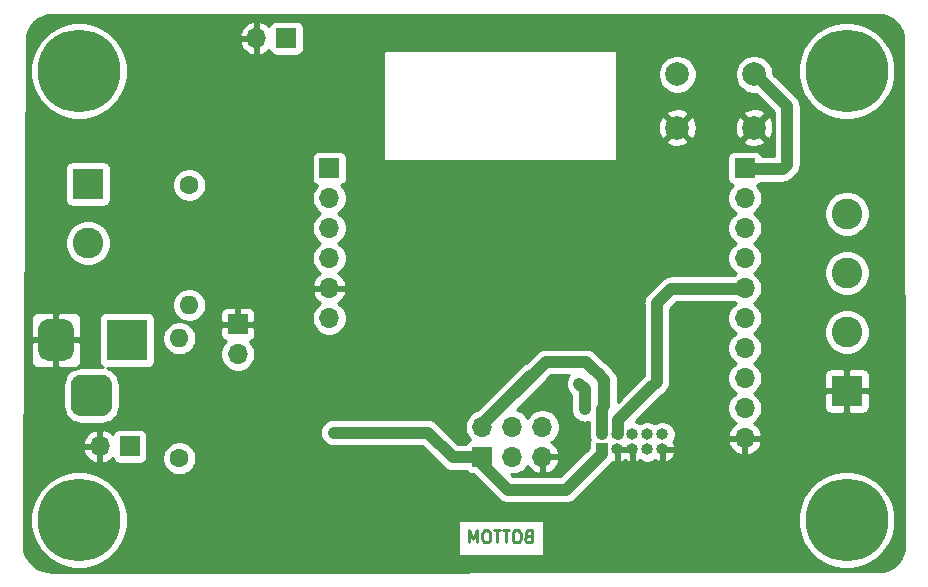
<source format=gbl>
G04 #@! TF.GenerationSoftware,KiCad,Pcbnew,5.1.10-88a1d61d58~88~ubuntu20.10.1*
G04 #@! TF.CreationDate,2021-05-21T17:46:03+03:00*
G04 #@! TF.ProjectId,Devboard,44657662-6f61-4726-942e-6b696361645f,rev?*
G04 #@! TF.SameCoordinates,Original*
G04 #@! TF.FileFunction,Copper,L2,Bot*
G04 #@! TF.FilePolarity,Positive*
%FSLAX46Y46*%
G04 Gerber Fmt 4.6, Leading zero omitted, Abs format (unit mm)*
G04 Created by KiCad (PCBNEW 5.1.10-88a1d61d58~88~ubuntu20.10.1) date 2021-05-21 17:46:03*
%MOMM*%
%LPD*%
G01*
G04 APERTURE LIST*
G04 #@! TA.AperFunction,NonConductor*
%ADD10C,0.250000*%
G04 #@! TD*
G04 #@! TA.AperFunction,ComponentPad*
%ADD11C,2.600000*%
G04 #@! TD*
G04 #@! TA.AperFunction,ComponentPad*
%ADD12R,2.600000X2.600000*%
G04 #@! TD*
G04 #@! TA.AperFunction,ComponentPad*
%ADD13O,1.700000X1.700000*%
G04 #@! TD*
G04 #@! TA.AperFunction,ComponentPad*
%ADD14R,1.700000X1.700000*%
G04 #@! TD*
G04 #@! TA.AperFunction,ComponentPad*
%ADD15O,1.600000X1.600000*%
G04 #@! TD*
G04 #@! TA.AperFunction,ComponentPad*
%ADD16C,1.600000*%
G04 #@! TD*
G04 #@! TA.AperFunction,ComponentPad*
%ADD17R,3.500000X3.500000*%
G04 #@! TD*
G04 #@! TA.AperFunction,ConnectorPad*
%ADD18C,7.000000*%
G04 #@! TD*
G04 #@! TA.AperFunction,ComponentPad*
%ADD19C,3.900000*%
G04 #@! TD*
G04 #@! TA.AperFunction,ComponentPad*
%ADD20C,2.000000*%
G04 #@! TD*
G04 #@! TA.AperFunction,ComponentPad*
%ADD21R,1.000000X1.000000*%
G04 #@! TD*
G04 #@! TA.AperFunction,ComponentPad*
%ADD22O,1.000000X1.000000*%
G04 #@! TD*
G04 #@! TA.AperFunction,ViaPad*
%ADD23C,0.600000*%
G04 #@! TD*
G04 #@! TA.AperFunction,Conductor*
%ADD24C,0.250000*%
G04 #@! TD*
G04 #@! TA.AperFunction,Conductor*
%ADD25C,0.500000*%
G04 #@! TD*
G04 #@! TA.AperFunction,Conductor*
%ADD26C,1.000000*%
G04 #@! TD*
G04 #@! TA.AperFunction,Conductor*
%ADD27C,0.254000*%
G04 #@! TD*
G04 #@! TA.AperFunction,Conductor*
%ADD28C,0.100000*%
G04 #@! TD*
G04 APERTURE END LIST*
D10*
X161968843Y-133705291D02*
X161825986Y-133752910D01*
X161778367Y-133800529D01*
X161730748Y-133895767D01*
X161730748Y-134038624D01*
X161778367Y-134133862D01*
X161825986Y-134181481D01*
X161921224Y-134229100D01*
X162302177Y-134229100D01*
X162302177Y-133229100D01*
X161968843Y-133229100D01*
X161873605Y-133276720D01*
X161825986Y-133324339D01*
X161778367Y-133419577D01*
X161778367Y-133514815D01*
X161825986Y-133610053D01*
X161873605Y-133657672D01*
X161968843Y-133705291D01*
X162302177Y-133705291D01*
X161111700Y-133229100D02*
X160921224Y-133229100D01*
X160825986Y-133276720D01*
X160730748Y-133371958D01*
X160683129Y-133562434D01*
X160683129Y-133895767D01*
X160730748Y-134086243D01*
X160825986Y-134181481D01*
X160921224Y-134229100D01*
X161111700Y-134229100D01*
X161206939Y-134181481D01*
X161302177Y-134086243D01*
X161349796Y-133895767D01*
X161349796Y-133562434D01*
X161302177Y-133371958D01*
X161206939Y-133276720D01*
X161111700Y-133229100D01*
X160397415Y-133229100D02*
X159825986Y-133229100D01*
X160111700Y-134229100D02*
X160111700Y-133229100D01*
X159635510Y-133229100D02*
X159064081Y-133229100D01*
X159349796Y-134229100D02*
X159349796Y-133229100D01*
X158540272Y-133229100D02*
X158349796Y-133229100D01*
X158254558Y-133276720D01*
X158159320Y-133371958D01*
X158111700Y-133562434D01*
X158111700Y-133895767D01*
X158159320Y-134086243D01*
X158254558Y-134181481D01*
X158349796Y-134229100D01*
X158540272Y-134229100D01*
X158635510Y-134181481D01*
X158730748Y-134086243D01*
X158778367Y-133895767D01*
X158778367Y-133562434D01*
X158730748Y-133371958D01*
X158635510Y-133276720D01*
X158540272Y-133229100D01*
X157683129Y-134229100D02*
X157683129Y-133229100D01*
X157349796Y-133943386D01*
X157016462Y-133229100D01*
X157016462Y-134229100D01*
D11*
X188976000Y-106412000D03*
X188976000Y-111412000D03*
X188976000Y-116412000D03*
D12*
X188976000Y-121412000D03*
D13*
X138988800Y-91541600D03*
D14*
X141528800Y-91541600D03*
D13*
X125730000Y-126111000D03*
D14*
X128270000Y-126111000D03*
D15*
X133299200Y-114147600D03*
D16*
X133299200Y-103987600D03*
D15*
X132461000Y-116967000D03*
D16*
X132461000Y-127127000D03*
G04 #@! TA.AperFunction,ComponentPad*
G36*
G01*
X123266000Y-122669000D02*
X123266000Y-120919000D01*
G75*
G02*
X124141000Y-120044000I875000J0D01*
G01*
X125891000Y-120044000D01*
G75*
G02*
X126766000Y-120919000I0J-875000D01*
G01*
X126766000Y-122669000D01*
G75*
G02*
X125891000Y-123544000I-875000J0D01*
G01*
X124141000Y-123544000D01*
G75*
G02*
X123266000Y-122669000I0J875000D01*
G01*
G37*
G04 #@! TD.AperFunction*
G04 #@! TA.AperFunction,ComponentPad*
G36*
G01*
X120516000Y-118094000D02*
X120516000Y-116094000D01*
G75*
G02*
X121266000Y-115344000I750000J0D01*
G01*
X122766000Y-115344000D01*
G75*
G02*
X123516000Y-116094000I0J-750000D01*
G01*
X123516000Y-118094000D01*
G75*
G02*
X122766000Y-118844000I-750000J0D01*
G01*
X121266000Y-118844000D01*
G75*
G02*
X120516000Y-118094000I0J750000D01*
G01*
G37*
G04 #@! TD.AperFunction*
D17*
X128016000Y-117094000D03*
D11*
X124714000Y-108886000D03*
D12*
X124714000Y-103886000D03*
D18*
X188952000Y-132334000D03*
D19*
X188952000Y-132334000D03*
D18*
X123952000Y-132334000D03*
D19*
X123952000Y-132334000D03*
D18*
X188952000Y-94334000D03*
D19*
X188952000Y-94334000D03*
D18*
X123952000Y-94334000D03*
D19*
X123952000Y-94334000D03*
D14*
X137414000Y-115760500D03*
D13*
X137414000Y-118300500D03*
D14*
X145149500Y-102552500D03*
D13*
X145149500Y-105092500D03*
X145149500Y-107632500D03*
X145149500Y-110172500D03*
X145149500Y-112712500D03*
X145149500Y-115252500D03*
D14*
X180340000Y-102552500D03*
D13*
X180340000Y-105092500D03*
X180340000Y-107632500D03*
X180340000Y-110172500D03*
X180340000Y-112712500D03*
X180340000Y-115252500D03*
X180340000Y-117792500D03*
X180340000Y-120332500D03*
X180340000Y-122872500D03*
X180340000Y-125412500D03*
D20*
X174625000Y-99115000D03*
X174625000Y-94615000D03*
X181125000Y-99115000D03*
X181125000Y-94615000D03*
D21*
X168275000Y-126365000D03*
D22*
X168275000Y-125095000D03*
X169545000Y-126365000D03*
X169545000Y-125095000D03*
X170815000Y-126365000D03*
X170815000Y-125095000D03*
X172085000Y-126365000D03*
X172085000Y-125095000D03*
X173355000Y-126365000D03*
X173355000Y-125095000D03*
D14*
X158115000Y-127000000D03*
D13*
X158115000Y-124460000D03*
X160655000Y-127000000D03*
X160655000Y-124460000D03*
X163195000Y-127000000D03*
X163195000Y-124460000D03*
D23*
X151638000Y-114401600D03*
X149352000Y-121158000D03*
X155549600Y-114350800D03*
X177292000Y-99060000D03*
X178562000Y-99060000D03*
X133604000Y-133096000D03*
X142240000Y-130556000D03*
X181996080Y-125409960D03*
X135077200Y-123469400D03*
X138760200Y-123444000D03*
X136779000Y-121894600D03*
X168363900Y-105740200D03*
X170662600Y-120599200D03*
X169545000Y-127635000D03*
X170815000Y-127584200D03*
X173355000Y-127533400D03*
X166674800Y-107518200D03*
X146748500Y-112776000D03*
X137414000Y-113982500D03*
X138938000Y-115760500D03*
X142240000Y-134239000D03*
X149542500Y-133985000D03*
X145669000Y-133921500D03*
X144526000Y-132334000D03*
X154813000Y-131953000D03*
X151511000Y-131953000D03*
X125730000Y-127812800D03*
X166687500Y-132778500D03*
X164973000Y-131254500D03*
X146812000Y-121158000D03*
X165417500Y-124269500D03*
X143319500Y-112776000D03*
X124002800Y-126136400D03*
X138988800Y-89916000D03*
X137160000Y-91541600D03*
X138328400Y-98856800D03*
X138379200Y-101955600D03*
X140462000Y-97840800D03*
X142087600Y-97840800D03*
X140919200Y-103784400D03*
X140919200Y-106578400D03*
X135966200Y-104952800D03*
X145389600Y-94386400D03*
X138988800Y-97840800D03*
X147116800Y-96012000D03*
X135966200Y-107670600D03*
X134543800Y-106324400D03*
X131302760Y-130865880D03*
X180700680Y-91440000D03*
X132755640Y-91978480D03*
X180086000Y-132339080D03*
X188976000Y-123952000D03*
X186690000Y-121412000D03*
X191262000Y-121412000D03*
X186014360Y-99420680D03*
X185567320Y-101615240D03*
X171450000Y-134620000D03*
X175006000Y-134620000D03*
X178562000Y-134620000D03*
X149098000Y-114554000D03*
X147320000Y-115824000D03*
X145516600Y-124947680D03*
X167868600Y-119913400D03*
X166776398Y-122961400D03*
X166319200Y-120802400D03*
D24*
X142334700Y-122109400D02*
X143510000Y-123284700D01*
X142334700Y-117553300D02*
X142334700Y-122109400D01*
X143142700Y-116745300D02*
X142334700Y-117553300D01*
X143510000Y-116745300D02*
X143142700Y-116745300D01*
X143510000Y-115570000D02*
X143510000Y-116745300D01*
X143510000Y-124460000D02*
X143510000Y-123284700D01*
D25*
X168402000Y-126492000D02*
X168402000Y-126238000D01*
X160274000Y-129794000D02*
X165100000Y-129794000D01*
X165100000Y-129794000D02*
X168402000Y-126492000D01*
X145516600Y-124947680D02*
X145516600Y-124947680D01*
D26*
X145516600Y-124947680D02*
X151109678Y-124947680D01*
X151109678Y-124947680D02*
X153497280Y-124947680D01*
X153497280Y-124947680D02*
X155600400Y-127050800D01*
X155600400Y-127050800D02*
X158038800Y-127050800D01*
X158115000Y-127635000D02*
X160274000Y-129794000D01*
X158115000Y-127000000D02*
X158115000Y-127635000D01*
X165201600Y-129794000D02*
X168249600Y-126746000D01*
X160274000Y-129794000D02*
X165201600Y-129794000D01*
X168249600Y-126746000D02*
X168249600Y-126441200D01*
D24*
X168275000Y-125095000D02*
X168275000Y-124269700D01*
D25*
X162052000Y-119888000D02*
X157988000Y-123952000D01*
X157988000Y-123952000D02*
X157988000Y-124460000D01*
X167868600Y-119913400D02*
X167843200Y-119888000D01*
D26*
X163474400Y-118973600D02*
X158038800Y-124409200D01*
X166928800Y-118973600D02*
X163474400Y-118973600D01*
X168275000Y-125095000D02*
X168275000Y-122910600D01*
X168275000Y-122910600D02*
X168452800Y-122732800D01*
X168452800Y-122732800D02*
X168452800Y-120497600D01*
X168452800Y-120497600D02*
X167868600Y-119913400D01*
X167568601Y-119613401D02*
X166928800Y-118973600D01*
D25*
X179971700Y-112763300D02*
X179832000Y-112903000D01*
X174117000Y-112763300D02*
X179971700Y-112763300D01*
D26*
X174117000Y-112763300D02*
X180301900Y-112763300D01*
X180301900Y-112763300D02*
X180390800Y-112674400D01*
D25*
X172487306Y-121035094D02*
X169519600Y-124002800D01*
X169519600Y-124002800D02*
X169519600Y-125120400D01*
D26*
X172487306Y-121035094D02*
X169614999Y-123907401D01*
X169614999Y-123907401D02*
X169614999Y-124518999D01*
X169614999Y-124518999D02*
X169614999Y-125069600D01*
X172897800Y-113982500D02*
X174117000Y-112763300D01*
X172897800Y-120624600D02*
X172897800Y-113982500D01*
X172313600Y-121208800D02*
X172897800Y-120624600D01*
X166776398Y-122961400D02*
X166776398Y-121259598D01*
X166776398Y-121259598D02*
X166319200Y-120802400D01*
X181150400Y-94589600D02*
X181125000Y-94615000D01*
X181203600Y-94589600D02*
X181150400Y-94589600D01*
X183921400Y-97307400D02*
X181203600Y-94589600D01*
X183540400Y-102641400D02*
X183921400Y-102260400D01*
X180416200Y-102641400D02*
X183540400Y-102641400D01*
X183921400Y-102260400D02*
X183921400Y-97307400D01*
X180390800Y-102616000D02*
X180416200Y-102641400D01*
D27*
X191614576Y-89572515D02*
X192062304Y-89624200D01*
X192463093Y-89752765D01*
X192831281Y-89956729D01*
X193152838Y-90228324D01*
X193415517Y-90557200D01*
X193609318Y-90930842D01*
X193729200Y-91343078D01*
X193765553Y-91671573D01*
X193828955Y-134449333D01*
X193790035Y-134909244D01*
X193673711Y-135313927D01*
X193480997Y-135688312D01*
X193219237Y-136018132D01*
X192898402Y-136290826D01*
X192530699Y-136496016D01*
X192130160Y-136625872D01*
X191682039Y-136679013D01*
X121804499Y-136703553D01*
X121290113Y-136678538D01*
X120842850Y-136567153D01*
X120425741Y-136371017D01*
X120054677Y-136097604D01*
X119743780Y-135757317D01*
X119504903Y-135363128D01*
X119347138Y-134930046D01*
X119275103Y-134465577D01*
X119281216Y-134107306D01*
X119281632Y-134103330D01*
X119295076Y-131926738D01*
X119817000Y-131926738D01*
X119817000Y-132741262D01*
X119975906Y-133540135D01*
X120287611Y-134292657D01*
X120740136Y-134969909D01*
X121316091Y-135545864D01*
X121993343Y-135998389D01*
X122745865Y-136310094D01*
X123544738Y-136469000D01*
X124359262Y-136469000D01*
X125158135Y-136310094D01*
X125910657Y-135998389D01*
X126587909Y-135545864D01*
X127163864Y-134969909D01*
X127616389Y-134292657D01*
X127928094Y-133540135D01*
X128087000Y-132741262D01*
X128087000Y-132359220D01*
X156018368Y-132359220D01*
X156018368Y-135379220D01*
X163300273Y-135379220D01*
X163300273Y-132359220D01*
X156018368Y-132359220D01*
X128087000Y-132359220D01*
X128087000Y-131926738D01*
X184817000Y-131926738D01*
X184817000Y-132741262D01*
X184975906Y-133540135D01*
X185287611Y-134292657D01*
X185740136Y-134969909D01*
X186316091Y-135545864D01*
X186993343Y-135998389D01*
X187745865Y-136310094D01*
X188544738Y-136469000D01*
X189359262Y-136469000D01*
X190158135Y-136310094D01*
X190910657Y-135998389D01*
X191587909Y-135545864D01*
X192163864Y-134969909D01*
X192616389Y-134292657D01*
X192928094Y-133540135D01*
X193087000Y-132741262D01*
X193087000Y-131926738D01*
X192928094Y-131127865D01*
X192616389Y-130375343D01*
X192163864Y-129698091D01*
X191587909Y-129122136D01*
X190910657Y-128669611D01*
X190158135Y-128357906D01*
X189359262Y-128199000D01*
X188544738Y-128199000D01*
X187745865Y-128357906D01*
X186993343Y-128669611D01*
X186316091Y-129122136D01*
X185740136Y-129698091D01*
X185287611Y-130375343D01*
X184975906Y-131127865D01*
X184817000Y-131926738D01*
X128087000Y-131926738D01*
X127928094Y-131127865D01*
X127616389Y-130375343D01*
X127163864Y-129698091D01*
X126587909Y-129122136D01*
X125910657Y-128669611D01*
X125158135Y-128357906D01*
X124359262Y-128199000D01*
X123544738Y-128199000D01*
X122745865Y-128357906D01*
X121993343Y-128669611D01*
X121316091Y-129122136D01*
X120740136Y-129698091D01*
X120287611Y-130375343D01*
X119975906Y-131127865D01*
X119817000Y-131926738D01*
X119295076Y-131926738D01*
X119328794Y-126467891D01*
X124288519Y-126467891D01*
X124385843Y-126742252D01*
X124534822Y-126992355D01*
X124729731Y-127208588D01*
X124963080Y-127382641D01*
X125225901Y-127507825D01*
X125373110Y-127552476D01*
X125603000Y-127431155D01*
X125603000Y-126238000D01*
X124409186Y-126238000D01*
X124288519Y-126467891D01*
X119328794Y-126467891D01*
X119333202Y-125754109D01*
X124288519Y-125754109D01*
X124409186Y-125984000D01*
X125603000Y-125984000D01*
X125603000Y-124790845D01*
X125857000Y-124790845D01*
X125857000Y-125984000D01*
X125877000Y-125984000D01*
X125877000Y-126238000D01*
X125857000Y-126238000D01*
X125857000Y-127431155D01*
X126086890Y-127552476D01*
X126234099Y-127507825D01*
X126496920Y-127382641D01*
X126730269Y-127208588D01*
X126806034Y-127124534D01*
X126830498Y-127205180D01*
X126889463Y-127315494D01*
X126968815Y-127412185D01*
X127065506Y-127491537D01*
X127175820Y-127550502D01*
X127295518Y-127586812D01*
X127420000Y-127599072D01*
X129120000Y-127599072D01*
X129244482Y-127586812D01*
X129364180Y-127550502D01*
X129474494Y-127491537D01*
X129571185Y-127412185D01*
X129650537Y-127315494D01*
X129709502Y-127205180D01*
X129745812Y-127085482D01*
X129755642Y-126985665D01*
X131026000Y-126985665D01*
X131026000Y-127268335D01*
X131081147Y-127545574D01*
X131189320Y-127806727D01*
X131346363Y-128041759D01*
X131546241Y-128241637D01*
X131781273Y-128398680D01*
X132042426Y-128506853D01*
X132319665Y-128562000D01*
X132602335Y-128562000D01*
X132879574Y-128506853D01*
X133140727Y-128398680D01*
X133375759Y-128241637D01*
X133575637Y-128041759D01*
X133732680Y-127806727D01*
X133840853Y-127545574D01*
X133896000Y-127268335D01*
X133896000Y-126985665D01*
X133840853Y-126708426D01*
X133732680Y-126447273D01*
X133575637Y-126212241D01*
X133375759Y-126012363D01*
X133140727Y-125855320D01*
X132879574Y-125747147D01*
X132602335Y-125692000D01*
X132319665Y-125692000D01*
X132042426Y-125747147D01*
X131781273Y-125855320D01*
X131546241Y-126012363D01*
X131346363Y-126212241D01*
X131189320Y-126447273D01*
X131081147Y-126708426D01*
X131026000Y-126985665D01*
X129755642Y-126985665D01*
X129758072Y-126961000D01*
X129758072Y-125261000D01*
X129745812Y-125136518D01*
X129709502Y-125016820D01*
X129672546Y-124947680D01*
X144376109Y-124947680D01*
X144398023Y-125170179D01*
X144462924Y-125384127D01*
X144568316Y-125581303D01*
X144710151Y-125754129D01*
X144882977Y-125895964D01*
X145080153Y-126001356D01*
X145294101Y-126066257D01*
X145460848Y-126082680D01*
X153027149Y-126082680D01*
X154758409Y-127813941D01*
X154793951Y-127857249D01*
X154966777Y-127999084D01*
X155163953Y-128104476D01*
X155377901Y-128169377D01*
X155600400Y-128191291D01*
X155656152Y-128185800D01*
X156724471Y-128185800D01*
X156734463Y-128204494D01*
X156813815Y-128301185D01*
X156910506Y-128380537D01*
X157020820Y-128439502D01*
X157140518Y-128475812D01*
X157265000Y-128488072D01*
X157362941Y-128488072D01*
X159432009Y-130557141D01*
X159467551Y-130600449D01*
X159640377Y-130742284D01*
X159837553Y-130847676D01*
X160051501Y-130912577D01*
X160273999Y-130934491D01*
X160329751Y-130929000D01*
X165145849Y-130929000D01*
X165201600Y-130934491D01*
X165257351Y-130929000D01*
X165257352Y-130929000D01*
X165424099Y-130912577D01*
X165638047Y-130847676D01*
X165835223Y-130742284D01*
X166008049Y-130600449D01*
X166043596Y-130557135D01*
X169012741Y-127587991D01*
X169056049Y-127552449D01*
X169157496Y-127428836D01*
X169188136Y-127442446D01*
X169243126Y-127459119D01*
X169418000Y-127332954D01*
X169418000Y-126492000D01*
X169672000Y-126492000D01*
X169672000Y-127332954D01*
X169846874Y-127459119D01*
X169901864Y-127442446D01*
X170105206Y-127352123D01*
X170180000Y-127299361D01*
X170254794Y-127352123D01*
X170458136Y-127442446D01*
X170513126Y-127459119D01*
X170688000Y-127332954D01*
X170688000Y-126492000D01*
X169672000Y-126492000D01*
X169418000Y-126492000D01*
X169413072Y-126492000D01*
X169413072Y-126238000D01*
X169418000Y-126238000D01*
X169418000Y-126226974D01*
X169433212Y-126230000D01*
X169656788Y-126230000D01*
X169672000Y-126226974D01*
X169672000Y-126238000D01*
X170688000Y-126238000D01*
X170688000Y-126226974D01*
X170703212Y-126230000D01*
X170926788Y-126230000D01*
X170942000Y-126226974D01*
X170942000Y-126238000D01*
X170953026Y-126238000D01*
X170950000Y-126253212D01*
X170950000Y-126476788D01*
X170953026Y-126492000D01*
X170942000Y-126492000D01*
X170942000Y-127332954D01*
X171116874Y-127459119D01*
X171171864Y-127442446D01*
X171375206Y-127352123D01*
X171445342Y-127302647D01*
X171547376Y-127370824D01*
X171753933Y-127456383D01*
X171973212Y-127500000D01*
X172196788Y-127500000D01*
X172416067Y-127456383D01*
X172622624Y-127370824D01*
X172724658Y-127302647D01*
X172794794Y-127352123D01*
X172998136Y-127442446D01*
X173053126Y-127459119D01*
X173228000Y-127332954D01*
X173228000Y-126492000D01*
X173482000Y-126492000D01*
X173482000Y-127332954D01*
X173656874Y-127459119D01*
X173711864Y-127442446D01*
X173915206Y-127352123D01*
X174097020Y-127223865D01*
X174250318Y-127062601D01*
X174369210Y-126874529D01*
X174449126Y-126666876D01*
X174324129Y-126492000D01*
X173482000Y-126492000D01*
X173228000Y-126492000D01*
X173216974Y-126492000D01*
X173220000Y-126476788D01*
X173220000Y-126253212D01*
X173216974Y-126238000D01*
X173228000Y-126238000D01*
X173228000Y-126226974D01*
X173243212Y-126230000D01*
X173466788Y-126230000D01*
X173482000Y-126226974D01*
X173482000Y-126238000D01*
X174324129Y-126238000D01*
X174449126Y-126063124D01*
X174369210Y-125855471D01*
X174314793Y-125769390D01*
X178898524Y-125769390D01*
X178943175Y-125916599D01*
X179068359Y-126179420D01*
X179242412Y-126412769D01*
X179458645Y-126607678D01*
X179708748Y-126756657D01*
X179983109Y-126853981D01*
X180213000Y-126733314D01*
X180213000Y-125539500D01*
X180467000Y-125539500D01*
X180467000Y-126733314D01*
X180696891Y-126853981D01*
X180971252Y-126756657D01*
X181221355Y-126607678D01*
X181437588Y-126412769D01*
X181611641Y-126179420D01*
X181736825Y-125916599D01*
X181781476Y-125769390D01*
X181660155Y-125539500D01*
X180467000Y-125539500D01*
X180213000Y-125539500D01*
X179019845Y-125539500D01*
X178898524Y-125769390D01*
X174314793Y-125769390D01*
X174292744Y-125734512D01*
X174360824Y-125632624D01*
X174446383Y-125426067D01*
X174490000Y-125206788D01*
X174490000Y-124983212D01*
X174446383Y-124763933D01*
X174360824Y-124557376D01*
X174236612Y-124371480D01*
X174078520Y-124213388D01*
X173892624Y-124089176D01*
X173686067Y-124003617D01*
X173466788Y-123960000D01*
X173243212Y-123960000D01*
X173023933Y-124003617D01*
X172817376Y-124089176D01*
X172720000Y-124154241D01*
X172622624Y-124089176D01*
X172416067Y-124003617D01*
X172196788Y-123960000D01*
X171973212Y-123960000D01*
X171753933Y-124003617D01*
X171547376Y-124089176D01*
X171450000Y-124154241D01*
X171352624Y-124089176D01*
X171146067Y-124003617D01*
X171127590Y-123999942D01*
X173329295Y-121798238D01*
X173329302Y-121798229D01*
X173660940Y-121466592D01*
X173704249Y-121431049D01*
X173846084Y-121258223D01*
X173951476Y-121061047D01*
X174016377Y-120847099D01*
X174032800Y-120680352D01*
X174032800Y-120680351D01*
X174038291Y-120624600D01*
X174032800Y-120568848D01*
X174032800Y-114452631D01*
X174587132Y-113898300D01*
X179441746Y-113898300D01*
X179567760Y-113982500D01*
X179393368Y-114099025D01*
X179186525Y-114305868D01*
X179024010Y-114549089D01*
X178912068Y-114819342D01*
X178855000Y-115106240D01*
X178855000Y-115398760D01*
X178912068Y-115685658D01*
X179024010Y-115955911D01*
X179186525Y-116199132D01*
X179393368Y-116405975D01*
X179567760Y-116522500D01*
X179393368Y-116639025D01*
X179186525Y-116845868D01*
X179024010Y-117089089D01*
X178912068Y-117359342D01*
X178855000Y-117646240D01*
X178855000Y-117938760D01*
X178912068Y-118225658D01*
X179024010Y-118495911D01*
X179186525Y-118739132D01*
X179393368Y-118945975D01*
X179567760Y-119062500D01*
X179393368Y-119179025D01*
X179186525Y-119385868D01*
X179024010Y-119629089D01*
X178912068Y-119899342D01*
X178855000Y-120186240D01*
X178855000Y-120478760D01*
X178912068Y-120765658D01*
X179024010Y-121035911D01*
X179186525Y-121279132D01*
X179393368Y-121485975D01*
X179567760Y-121602500D01*
X179393368Y-121719025D01*
X179186525Y-121925868D01*
X179024010Y-122169089D01*
X178912068Y-122439342D01*
X178855000Y-122726240D01*
X178855000Y-123018760D01*
X178912068Y-123305658D01*
X179024010Y-123575911D01*
X179186525Y-123819132D01*
X179393368Y-124025975D01*
X179575534Y-124147695D01*
X179458645Y-124217322D01*
X179242412Y-124412231D01*
X179068359Y-124645580D01*
X178943175Y-124908401D01*
X178898524Y-125055610D01*
X179019845Y-125285500D01*
X180213000Y-125285500D01*
X180213000Y-125265500D01*
X180467000Y-125265500D01*
X180467000Y-125285500D01*
X181660155Y-125285500D01*
X181781476Y-125055610D01*
X181736825Y-124908401D01*
X181611641Y-124645580D01*
X181437588Y-124412231D01*
X181221355Y-124217322D01*
X181104466Y-124147695D01*
X181286632Y-124025975D01*
X181493475Y-123819132D01*
X181655990Y-123575911D01*
X181767932Y-123305658D01*
X181825000Y-123018760D01*
X181825000Y-122726240D01*
X181822168Y-122712000D01*
X187037928Y-122712000D01*
X187050188Y-122836482D01*
X187086498Y-122956180D01*
X187145463Y-123066494D01*
X187224815Y-123163185D01*
X187321506Y-123242537D01*
X187431820Y-123301502D01*
X187551518Y-123337812D01*
X187676000Y-123350072D01*
X188690250Y-123347000D01*
X188849000Y-123188250D01*
X188849000Y-121539000D01*
X189103000Y-121539000D01*
X189103000Y-123188250D01*
X189261750Y-123347000D01*
X190276000Y-123350072D01*
X190400482Y-123337812D01*
X190520180Y-123301502D01*
X190630494Y-123242537D01*
X190727185Y-123163185D01*
X190806537Y-123066494D01*
X190865502Y-122956180D01*
X190901812Y-122836482D01*
X190914072Y-122712000D01*
X190911000Y-121697750D01*
X190752250Y-121539000D01*
X189103000Y-121539000D01*
X188849000Y-121539000D01*
X187199750Y-121539000D01*
X187041000Y-121697750D01*
X187037928Y-122712000D01*
X181822168Y-122712000D01*
X181767932Y-122439342D01*
X181655990Y-122169089D01*
X181493475Y-121925868D01*
X181286632Y-121719025D01*
X181112240Y-121602500D01*
X181286632Y-121485975D01*
X181493475Y-121279132D01*
X181655990Y-121035911D01*
X181767932Y-120765658D01*
X181825000Y-120478760D01*
X181825000Y-120186240D01*
X181810233Y-120112000D01*
X187037928Y-120112000D01*
X187041000Y-121126250D01*
X187199750Y-121285000D01*
X188849000Y-121285000D01*
X188849000Y-119635750D01*
X189103000Y-119635750D01*
X189103000Y-121285000D01*
X190752250Y-121285000D01*
X190911000Y-121126250D01*
X190914072Y-120112000D01*
X190901812Y-119987518D01*
X190865502Y-119867820D01*
X190806537Y-119757506D01*
X190727185Y-119660815D01*
X190630494Y-119581463D01*
X190520180Y-119522498D01*
X190400482Y-119486188D01*
X190276000Y-119473928D01*
X189261750Y-119477000D01*
X189103000Y-119635750D01*
X188849000Y-119635750D01*
X188690250Y-119477000D01*
X187676000Y-119473928D01*
X187551518Y-119486188D01*
X187431820Y-119522498D01*
X187321506Y-119581463D01*
X187224815Y-119660815D01*
X187145463Y-119757506D01*
X187086498Y-119867820D01*
X187050188Y-119987518D01*
X187037928Y-120112000D01*
X181810233Y-120112000D01*
X181767932Y-119899342D01*
X181655990Y-119629089D01*
X181493475Y-119385868D01*
X181286632Y-119179025D01*
X181112240Y-119062500D01*
X181286632Y-118945975D01*
X181493475Y-118739132D01*
X181655990Y-118495911D01*
X181767932Y-118225658D01*
X181825000Y-117938760D01*
X181825000Y-117646240D01*
X181767932Y-117359342D01*
X181655990Y-117089089D01*
X181493475Y-116845868D01*
X181286632Y-116639025D01*
X181112240Y-116522500D01*
X181286632Y-116405975D01*
X181471188Y-116221419D01*
X187041000Y-116221419D01*
X187041000Y-116602581D01*
X187115361Y-116976419D01*
X187261225Y-117328566D01*
X187472987Y-117645491D01*
X187742509Y-117915013D01*
X188059434Y-118126775D01*
X188411581Y-118272639D01*
X188785419Y-118347000D01*
X189166581Y-118347000D01*
X189540419Y-118272639D01*
X189892566Y-118126775D01*
X190209491Y-117915013D01*
X190479013Y-117645491D01*
X190690775Y-117328566D01*
X190836639Y-116976419D01*
X190911000Y-116602581D01*
X190911000Y-116221419D01*
X190836639Y-115847581D01*
X190690775Y-115495434D01*
X190479013Y-115178509D01*
X190209491Y-114908987D01*
X189892566Y-114697225D01*
X189540419Y-114551361D01*
X189166581Y-114477000D01*
X188785419Y-114477000D01*
X188411581Y-114551361D01*
X188059434Y-114697225D01*
X187742509Y-114908987D01*
X187472987Y-115178509D01*
X187261225Y-115495434D01*
X187115361Y-115847581D01*
X187041000Y-116221419D01*
X181471188Y-116221419D01*
X181493475Y-116199132D01*
X181655990Y-115955911D01*
X181767932Y-115685658D01*
X181825000Y-115398760D01*
X181825000Y-115106240D01*
X181767932Y-114819342D01*
X181655990Y-114549089D01*
X181493475Y-114305868D01*
X181286632Y-114099025D01*
X181112240Y-113982500D01*
X181286632Y-113865975D01*
X181493475Y-113659132D01*
X181655990Y-113415911D01*
X181767932Y-113145658D01*
X181825000Y-112858760D01*
X181825000Y-112566240D01*
X181767932Y-112279342D01*
X181655990Y-112009089D01*
X181493475Y-111765868D01*
X181286632Y-111559025D01*
X181112240Y-111442500D01*
X181286632Y-111325975D01*
X181391188Y-111221419D01*
X187041000Y-111221419D01*
X187041000Y-111602581D01*
X187115361Y-111976419D01*
X187261225Y-112328566D01*
X187472987Y-112645491D01*
X187742509Y-112915013D01*
X188059434Y-113126775D01*
X188411581Y-113272639D01*
X188785419Y-113347000D01*
X189166581Y-113347000D01*
X189540419Y-113272639D01*
X189892566Y-113126775D01*
X190209491Y-112915013D01*
X190479013Y-112645491D01*
X190690775Y-112328566D01*
X190836639Y-111976419D01*
X190911000Y-111602581D01*
X190911000Y-111221419D01*
X190836639Y-110847581D01*
X190690775Y-110495434D01*
X190479013Y-110178509D01*
X190209491Y-109908987D01*
X189892566Y-109697225D01*
X189540419Y-109551361D01*
X189166581Y-109477000D01*
X188785419Y-109477000D01*
X188411581Y-109551361D01*
X188059434Y-109697225D01*
X187742509Y-109908987D01*
X187472987Y-110178509D01*
X187261225Y-110495434D01*
X187115361Y-110847581D01*
X187041000Y-111221419D01*
X181391188Y-111221419D01*
X181493475Y-111119132D01*
X181655990Y-110875911D01*
X181767932Y-110605658D01*
X181825000Y-110318760D01*
X181825000Y-110026240D01*
X181767932Y-109739342D01*
X181655990Y-109469089D01*
X181493475Y-109225868D01*
X181286632Y-109019025D01*
X181112240Y-108902500D01*
X181286632Y-108785975D01*
X181493475Y-108579132D01*
X181655990Y-108335911D01*
X181767932Y-108065658D01*
X181825000Y-107778760D01*
X181825000Y-107486240D01*
X181767932Y-107199342D01*
X181655990Y-106929089D01*
X181493475Y-106685868D01*
X181286632Y-106479025D01*
X181112240Y-106362500D01*
X181286632Y-106245975D01*
X181311188Y-106221419D01*
X187041000Y-106221419D01*
X187041000Y-106602581D01*
X187115361Y-106976419D01*
X187261225Y-107328566D01*
X187472987Y-107645491D01*
X187742509Y-107915013D01*
X188059434Y-108126775D01*
X188411581Y-108272639D01*
X188785419Y-108347000D01*
X189166581Y-108347000D01*
X189540419Y-108272639D01*
X189892566Y-108126775D01*
X190209491Y-107915013D01*
X190479013Y-107645491D01*
X190690775Y-107328566D01*
X190836639Y-106976419D01*
X190911000Y-106602581D01*
X190911000Y-106221419D01*
X190836639Y-105847581D01*
X190690775Y-105495434D01*
X190479013Y-105178509D01*
X190209491Y-104908987D01*
X189892566Y-104697225D01*
X189540419Y-104551361D01*
X189166581Y-104477000D01*
X188785419Y-104477000D01*
X188411581Y-104551361D01*
X188059434Y-104697225D01*
X187742509Y-104908987D01*
X187472987Y-105178509D01*
X187261225Y-105495434D01*
X187115361Y-105847581D01*
X187041000Y-106221419D01*
X181311188Y-106221419D01*
X181493475Y-106039132D01*
X181655990Y-105795911D01*
X181767932Y-105525658D01*
X181825000Y-105238760D01*
X181825000Y-104946240D01*
X181767932Y-104659342D01*
X181655990Y-104389089D01*
X181493475Y-104145868D01*
X181361620Y-104014013D01*
X181434180Y-103992002D01*
X181544494Y-103933037D01*
X181641185Y-103853685D01*
X181704611Y-103776400D01*
X183484649Y-103776400D01*
X183540400Y-103781891D01*
X183596151Y-103776400D01*
X183596152Y-103776400D01*
X183762899Y-103759977D01*
X183976847Y-103695076D01*
X184174023Y-103589684D01*
X184346849Y-103447849D01*
X184382396Y-103404535D01*
X184684535Y-103102396D01*
X184727849Y-103066849D01*
X184869684Y-102894023D01*
X184975076Y-102696847D01*
X185039977Y-102482899D01*
X185056400Y-102316152D01*
X185056400Y-102316143D01*
X185061890Y-102260401D01*
X185056400Y-102204659D01*
X185056400Y-97363152D01*
X185061891Y-97307400D01*
X185039977Y-97084901D01*
X184975076Y-96870953D01*
X184869684Y-96673777D01*
X184763389Y-96544256D01*
X184763387Y-96544254D01*
X184727849Y-96500951D01*
X184684546Y-96465413D01*
X182760000Y-94540868D01*
X182760000Y-94453967D01*
X182697168Y-94138088D01*
X182609624Y-93926738D01*
X184817000Y-93926738D01*
X184817000Y-94741262D01*
X184975906Y-95540135D01*
X185287611Y-96292657D01*
X185740136Y-96969909D01*
X186316091Y-97545864D01*
X186993343Y-97998389D01*
X187745865Y-98310094D01*
X188544738Y-98469000D01*
X189359262Y-98469000D01*
X190158135Y-98310094D01*
X190910657Y-97998389D01*
X191587909Y-97545864D01*
X192163864Y-96969909D01*
X192616389Y-96292657D01*
X192928094Y-95540135D01*
X193087000Y-94741262D01*
X193087000Y-93926738D01*
X192928094Y-93127865D01*
X192616389Y-92375343D01*
X192163864Y-91698091D01*
X191587909Y-91122136D01*
X190910657Y-90669611D01*
X190158135Y-90357906D01*
X189359262Y-90199000D01*
X188544738Y-90199000D01*
X187745865Y-90357906D01*
X186993343Y-90669611D01*
X186316091Y-91122136D01*
X185740136Y-91698091D01*
X185287611Y-92375343D01*
X184975906Y-93127865D01*
X184817000Y-93926738D01*
X182609624Y-93926738D01*
X182573918Y-93840537D01*
X182394987Y-93572748D01*
X182167252Y-93345013D01*
X181899463Y-93166082D01*
X181601912Y-93042832D01*
X181286033Y-92980000D01*
X180963967Y-92980000D01*
X180648088Y-93042832D01*
X180350537Y-93166082D01*
X180082748Y-93345013D01*
X179855013Y-93572748D01*
X179676082Y-93840537D01*
X179552832Y-94138088D01*
X179490000Y-94453967D01*
X179490000Y-94776033D01*
X179552832Y-95091912D01*
X179676082Y-95389463D01*
X179855013Y-95657252D01*
X180082748Y-95884987D01*
X180350537Y-96063918D01*
X180648088Y-96187168D01*
X180963967Y-96250000D01*
X181258868Y-96250000D01*
X182786401Y-97777534D01*
X182786400Y-101506400D01*
X181794087Y-101506400D01*
X181779502Y-101458320D01*
X181720537Y-101348006D01*
X181641185Y-101251315D01*
X181544494Y-101171963D01*
X181434180Y-101112998D01*
X181314482Y-101076688D01*
X181190000Y-101064428D01*
X179490000Y-101064428D01*
X179365518Y-101076688D01*
X179245820Y-101112998D01*
X179135506Y-101171963D01*
X179038815Y-101251315D01*
X178959463Y-101348006D01*
X178900498Y-101458320D01*
X178864188Y-101578018D01*
X178851928Y-101702500D01*
X178851928Y-103402500D01*
X178864188Y-103526982D01*
X178900498Y-103646680D01*
X178959463Y-103756994D01*
X179038815Y-103853685D01*
X179135506Y-103933037D01*
X179245820Y-103992002D01*
X179318380Y-104014013D01*
X179186525Y-104145868D01*
X179024010Y-104389089D01*
X178912068Y-104659342D01*
X178855000Y-104946240D01*
X178855000Y-105238760D01*
X178912068Y-105525658D01*
X179024010Y-105795911D01*
X179186525Y-106039132D01*
X179393368Y-106245975D01*
X179567760Y-106362500D01*
X179393368Y-106479025D01*
X179186525Y-106685868D01*
X179024010Y-106929089D01*
X178912068Y-107199342D01*
X178855000Y-107486240D01*
X178855000Y-107778760D01*
X178912068Y-108065658D01*
X179024010Y-108335911D01*
X179186525Y-108579132D01*
X179393368Y-108785975D01*
X179567760Y-108902500D01*
X179393368Y-109019025D01*
X179186525Y-109225868D01*
X179024010Y-109469089D01*
X178912068Y-109739342D01*
X178855000Y-110026240D01*
X178855000Y-110318760D01*
X178912068Y-110605658D01*
X179024010Y-110875911D01*
X179186525Y-111119132D01*
X179393368Y-111325975D01*
X179567760Y-111442500D01*
X179393368Y-111559025D01*
X179324093Y-111628300D01*
X174172743Y-111628300D01*
X174116999Y-111622810D01*
X174061255Y-111628300D01*
X174061248Y-111628300D01*
X173915493Y-111642656D01*
X173894500Y-111644723D01*
X173852381Y-111657500D01*
X173680553Y-111709624D01*
X173483377Y-111815016D01*
X173310551Y-111956851D01*
X173275011Y-112000157D01*
X172134660Y-113140509D01*
X172091352Y-113176051D01*
X171949517Y-113348877D01*
X171913687Y-113415911D01*
X171844124Y-113546054D01*
X171779223Y-113760002D01*
X171757309Y-113982500D01*
X171762801Y-114038261D01*
X171762800Y-120154468D01*
X171724171Y-120193098D01*
X171724162Y-120193105D01*
X169587800Y-122329468D01*
X169587800Y-120553352D01*
X169593291Y-120497600D01*
X169571377Y-120275101D01*
X169506476Y-120061153D01*
X169476723Y-120005489D01*
X169401084Y-119863977D01*
X169259249Y-119691151D01*
X169215940Y-119655608D01*
X168631743Y-119071412D01*
X168510280Y-118971730D01*
X168410589Y-118850258D01*
X167770796Y-118210465D01*
X167735249Y-118167151D01*
X167562423Y-118025316D01*
X167365247Y-117919924D01*
X167151299Y-117855023D01*
X166984552Y-117838600D01*
X166984551Y-117838600D01*
X166928800Y-117833109D01*
X166873049Y-117838600D01*
X163530141Y-117838600D01*
X163474399Y-117833110D01*
X163418657Y-117838600D01*
X163418648Y-117838600D01*
X163251901Y-117855023D01*
X163037953Y-117919924D01*
X162840777Y-118025316D01*
X162667951Y-118167151D01*
X162632409Y-118210459D01*
X161804661Y-119038207D01*
X161711686Y-119066412D01*
X161557941Y-119148589D01*
X161456953Y-119231468D01*
X157638331Y-123050091D01*
X157411589Y-123144010D01*
X157168368Y-123306525D01*
X156961525Y-123513368D01*
X156799010Y-123756589D01*
X156687068Y-124026842D01*
X156630000Y-124313740D01*
X156630000Y-124606260D01*
X156687068Y-124893158D01*
X156799010Y-125163411D01*
X156961525Y-125406632D01*
X157093380Y-125538487D01*
X157020820Y-125560498D01*
X156910506Y-125619463D01*
X156813815Y-125698815D01*
X156734463Y-125795506D01*
X156675498Y-125905820D01*
X156672471Y-125915800D01*
X156070532Y-125915800D01*
X154339276Y-124184545D01*
X154303729Y-124141231D01*
X154130903Y-123999396D01*
X153933727Y-123894004D01*
X153719779Y-123829103D01*
X153553032Y-123812680D01*
X153553031Y-123812680D01*
X153497280Y-123807189D01*
X153441529Y-123812680D01*
X145460848Y-123812680D01*
X145294101Y-123829103D01*
X145080153Y-123894004D01*
X144882977Y-123999396D01*
X144710151Y-124141231D01*
X144568316Y-124314057D01*
X144462924Y-124511233D01*
X144398023Y-124725181D01*
X144376109Y-124947680D01*
X129672546Y-124947680D01*
X129650537Y-124906506D01*
X129571185Y-124809815D01*
X129474494Y-124730463D01*
X129364180Y-124671498D01*
X129244482Y-124635188D01*
X129120000Y-124622928D01*
X127420000Y-124622928D01*
X127295518Y-124635188D01*
X127175820Y-124671498D01*
X127065506Y-124730463D01*
X126968815Y-124809815D01*
X126889463Y-124906506D01*
X126830498Y-125016820D01*
X126806034Y-125097466D01*
X126730269Y-125013412D01*
X126496920Y-124839359D01*
X126234099Y-124714175D01*
X126086890Y-124669524D01*
X125857000Y-124790845D01*
X125603000Y-124790845D01*
X125373110Y-124669524D01*
X125225901Y-124714175D01*
X124963080Y-124839359D01*
X124729731Y-125013412D01*
X124534822Y-125229645D01*
X124385843Y-125479748D01*
X124288519Y-125754109D01*
X119333202Y-125754109D01*
X119363069Y-120919000D01*
X122627928Y-120919000D01*
X122627928Y-122669000D01*
X122657001Y-122964186D01*
X122743104Y-123248028D01*
X122882927Y-123509618D01*
X123071097Y-123738903D01*
X123300382Y-123927073D01*
X123561972Y-124066896D01*
X123845814Y-124152999D01*
X124141000Y-124182072D01*
X125891000Y-124182072D01*
X126186186Y-124152999D01*
X126470028Y-124066896D01*
X126731618Y-123927073D01*
X126960903Y-123738903D01*
X127149073Y-123509618D01*
X127288896Y-123248028D01*
X127374999Y-122964186D01*
X127404072Y-122669000D01*
X127404072Y-120919000D01*
X127374999Y-120623814D01*
X127288896Y-120339972D01*
X127149073Y-120078382D01*
X126960903Y-119849097D01*
X126731618Y-119660927D01*
X126470028Y-119521104D01*
X126341357Y-119482072D01*
X129766000Y-119482072D01*
X129890482Y-119469812D01*
X130010180Y-119433502D01*
X130120494Y-119374537D01*
X130217185Y-119295185D01*
X130296537Y-119198494D01*
X130355502Y-119088180D01*
X130391812Y-118968482D01*
X130404072Y-118844000D01*
X130404072Y-116825665D01*
X131026000Y-116825665D01*
X131026000Y-117108335D01*
X131081147Y-117385574D01*
X131189320Y-117646727D01*
X131346363Y-117881759D01*
X131546241Y-118081637D01*
X131781273Y-118238680D01*
X132042426Y-118346853D01*
X132319665Y-118402000D01*
X132602335Y-118402000D01*
X132879574Y-118346853D01*
X133140727Y-118238680D01*
X133375759Y-118081637D01*
X133575637Y-117881759D01*
X133732680Y-117646727D01*
X133840853Y-117385574D01*
X133896000Y-117108335D01*
X133896000Y-116825665D01*
X133853201Y-116610500D01*
X135925928Y-116610500D01*
X135938188Y-116734982D01*
X135974498Y-116854680D01*
X136033463Y-116964994D01*
X136112815Y-117061685D01*
X136209506Y-117141037D01*
X136319820Y-117200002D01*
X136392380Y-117222013D01*
X136260525Y-117353868D01*
X136098010Y-117597089D01*
X135986068Y-117867342D01*
X135929000Y-118154240D01*
X135929000Y-118446760D01*
X135986068Y-118733658D01*
X136098010Y-119003911D01*
X136260525Y-119247132D01*
X136467368Y-119453975D01*
X136710589Y-119616490D01*
X136980842Y-119728432D01*
X137267740Y-119785500D01*
X137560260Y-119785500D01*
X137847158Y-119728432D01*
X138117411Y-119616490D01*
X138360632Y-119453975D01*
X138567475Y-119247132D01*
X138729990Y-119003911D01*
X138841932Y-118733658D01*
X138899000Y-118446760D01*
X138899000Y-118154240D01*
X138841932Y-117867342D01*
X138729990Y-117597089D01*
X138567475Y-117353868D01*
X138435620Y-117222013D01*
X138508180Y-117200002D01*
X138618494Y-117141037D01*
X138715185Y-117061685D01*
X138794537Y-116964994D01*
X138853502Y-116854680D01*
X138889812Y-116734982D01*
X138902072Y-116610500D01*
X138899000Y-116046250D01*
X138740250Y-115887500D01*
X137541000Y-115887500D01*
X137541000Y-115907500D01*
X137287000Y-115907500D01*
X137287000Y-115887500D01*
X136087750Y-115887500D01*
X135929000Y-116046250D01*
X135925928Y-116610500D01*
X133853201Y-116610500D01*
X133840853Y-116548426D01*
X133732680Y-116287273D01*
X133575637Y-116052241D01*
X133375759Y-115852363D01*
X133140727Y-115695320D01*
X132879574Y-115587147D01*
X132602335Y-115532000D01*
X132319665Y-115532000D01*
X132042426Y-115587147D01*
X131781273Y-115695320D01*
X131546241Y-115852363D01*
X131346363Y-116052241D01*
X131189320Y-116287273D01*
X131081147Y-116548426D01*
X131026000Y-116825665D01*
X130404072Y-116825665D01*
X130404072Y-115344000D01*
X130391812Y-115219518D01*
X130355502Y-115099820D01*
X130296537Y-114989506D01*
X130217185Y-114892815D01*
X130120494Y-114813463D01*
X130010180Y-114754498D01*
X129890482Y-114718188D01*
X129766000Y-114705928D01*
X126266000Y-114705928D01*
X126141518Y-114718188D01*
X126021820Y-114754498D01*
X125911506Y-114813463D01*
X125814815Y-114892815D01*
X125735463Y-114989506D01*
X125676498Y-115099820D01*
X125640188Y-115219518D01*
X125627928Y-115344000D01*
X125627928Y-118844000D01*
X125640188Y-118968482D01*
X125676498Y-119088180D01*
X125735463Y-119198494D01*
X125814815Y-119295185D01*
X125911506Y-119374537D01*
X125988131Y-119415494D01*
X125891000Y-119405928D01*
X124141000Y-119405928D01*
X123845814Y-119435001D01*
X123561972Y-119521104D01*
X123300382Y-119660927D01*
X123071097Y-119849097D01*
X122882927Y-120078382D01*
X122743104Y-120339972D01*
X122657001Y-120623814D01*
X122627928Y-120919000D01*
X119363069Y-120919000D01*
X119375886Y-118844000D01*
X119877928Y-118844000D01*
X119890188Y-118968482D01*
X119926498Y-119088180D01*
X119985463Y-119198494D01*
X120064815Y-119295185D01*
X120161506Y-119374537D01*
X120271820Y-119433502D01*
X120391518Y-119469812D01*
X120516000Y-119482072D01*
X121730250Y-119479000D01*
X121889000Y-119320250D01*
X121889000Y-117221000D01*
X122143000Y-117221000D01*
X122143000Y-119320250D01*
X122301750Y-119479000D01*
X123516000Y-119482072D01*
X123640482Y-119469812D01*
X123760180Y-119433502D01*
X123870494Y-119374537D01*
X123967185Y-119295185D01*
X124046537Y-119198494D01*
X124105502Y-119088180D01*
X124141812Y-118968482D01*
X124154072Y-118844000D01*
X124151000Y-117379750D01*
X123992250Y-117221000D01*
X122143000Y-117221000D01*
X121889000Y-117221000D01*
X120039750Y-117221000D01*
X119881000Y-117379750D01*
X119877928Y-118844000D01*
X119375886Y-118844000D01*
X119397505Y-115344000D01*
X119877928Y-115344000D01*
X119881000Y-116808250D01*
X120039750Y-116967000D01*
X121889000Y-116967000D01*
X121889000Y-114867750D01*
X122143000Y-114867750D01*
X122143000Y-116967000D01*
X123992250Y-116967000D01*
X124151000Y-116808250D01*
X124154072Y-115344000D01*
X124141812Y-115219518D01*
X124105502Y-115099820D01*
X124046537Y-114989506D01*
X123967185Y-114892815D01*
X123870494Y-114813463D01*
X123760180Y-114754498D01*
X123640482Y-114718188D01*
X123516000Y-114705928D01*
X122301750Y-114709000D01*
X122143000Y-114867750D01*
X121889000Y-114867750D01*
X121730250Y-114709000D01*
X120516000Y-114705928D01*
X120391518Y-114718188D01*
X120271820Y-114754498D01*
X120161506Y-114813463D01*
X120064815Y-114892815D01*
X119985463Y-114989506D01*
X119926498Y-115099820D01*
X119890188Y-115219518D01*
X119877928Y-115344000D01*
X119397505Y-115344000D01*
X119405767Y-114006265D01*
X131864200Y-114006265D01*
X131864200Y-114288935D01*
X131919347Y-114566174D01*
X132027520Y-114827327D01*
X132184563Y-115062359D01*
X132384441Y-115262237D01*
X132619473Y-115419280D01*
X132880626Y-115527453D01*
X133157865Y-115582600D01*
X133440535Y-115582600D01*
X133717774Y-115527453D01*
X133978927Y-115419280D01*
X134213959Y-115262237D01*
X134413837Y-115062359D01*
X134515305Y-114910500D01*
X135925928Y-114910500D01*
X135929000Y-115474750D01*
X136087750Y-115633500D01*
X137287000Y-115633500D01*
X137287000Y-114434250D01*
X137541000Y-114434250D01*
X137541000Y-115633500D01*
X138740250Y-115633500D01*
X138899000Y-115474750D01*
X138901006Y-115106240D01*
X143664500Y-115106240D01*
X143664500Y-115398760D01*
X143721568Y-115685658D01*
X143833510Y-115955911D01*
X143996025Y-116199132D01*
X144202868Y-116405975D01*
X144446089Y-116568490D01*
X144716342Y-116680432D01*
X145003240Y-116737500D01*
X145295760Y-116737500D01*
X145582658Y-116680432D01*
X145852911Y-116568490D01*
X146096132Y-116405975D01*
X146302975Y-116199132D01*
X146465490Y-115955911D01*
X146577432Y-115685658D01*
X146634500Y-115398760D01*
X146634500Y-115106240D01*
X146577432Y-114819342D01*
X146465490Y-114549089D01*
X146302975Y-114305868D01*
X146096132Y-114099025D01*
X145913966Y-113977305D01*
X146030855Y-113907678D01*
X146247088Y-113712769D01*
X146421141Y-113479420D01*
X146546325Y-113216599D01*
X146590976Y-113069390D01*
X146469655Y-112839500D01*
X145276500Y-112839500D01*
X145276500Y-112859500D01*
X145022500Y-112859500D01*
X145022500Y-112839500D01*
X143829345Y-112839500D01*
X143708024Y-113069390D01*
X143752675Y-113216599D01*
X143877859Y-113479420D01*
X144051912Y-113712769D01*
X144268145Y-113907678D01*
X144385034Y-113977305D01*
X144202868Y-114099025D01*
X143996025Y-114305868D01*
X143833510Y-114549089D01*
X143721568Y-114819342D01*
X143664500Y-115106240D01*
X138901006Y-115106240D01*
X138902072Y-114910500D01*
X138889812Y-114786018D01*
X138853502Y-114666320D01*
X138794537Y-114556006D01*
X138715185Y-114459315D01*
X138618494Y-114379963D01*
X138508180Y-114320998D01*
X138388482Y-114284688D01*
X138264000Y-114272428D01*
X137699750Y-114275500D01*
X137541000Y-114434250D01*
X137287000Y-114434250D01*
X137128250Y-114275500D01*
X136564000Y-114272428D01*
X136439518Y-114284688D01*
X136319820Y-114320998D01*
X136209506Y-114379963D01*
X136112815Y-114459315D01*
X136033463Y-114556006D01*
X135974498Y-114666320D01*
X135938188Y-114786018D01*
X135925928Y-114910500D01*
X134515305Y-114910500D01*
X134570880Y-114827327D01*
X134679053Y-114566174D01*
X134734200Y-114288935D01*
X134734200Y-114006265D01*
X134679053Y-113729026D01*
X134570880Y-113467873D01*
X134413837Y-113232841D01*
X134213959Y-113032963D01*
X133978927Y-112875920D01*
X133717774Y-112767747D01*
X133440535Y-112712600D01*
X133157865Y-112712600D01*
X132880626Y-112767747D01*
X132619473Y-112875920D01*
X132384441Y-113032963D01*
X132184563Y-113232841D01*
X132027520Y-113467873D01*
X131919347Y-113729026D01*
X131864200Y-114006265D01*
X119405767Y-114006265D01*
X119438572Y-108695419D01*
X122779000Y-108695419D01*
X122779000Y-109076581D01*
X122853361Y-109450419D01*
X122999225Y-109802566D01*
X123210987Y-110119491D01*
X123480509Y-110389013D01*
X123797434Y-110600775D01*
X124149581Y-110746639D01*
X124523419Y-110821000D01*
X124904581Y-110821000D01*
X125278419Y-110746639D01*
X125630566Y-110600775D01*
X125947491Y-110389013D01*
X126217013Y-110119491D01*
X126428775Y-109802566D01*
X126574639Y-109450419D01*
X126649000Y-109076581D01*
X126649000Y-108695419D01*
X126574639Y-108321581D01*
X126428775Y-107969434D01*
X126217013Y-107652509D01*
X125947491Y-107382987D01*
X125630566Y-107171225D01*
X125278419Y-107025361D01*
X124904581Y-106951000D01*
X124523419Y-106951000D01*
X124149581Y-107025361D01*
X123797434Y-107171225D01*
X123480509Y-107382987D01*
X123210987Y-107652509D01*
X122999225Y-107969434D01*
X122853361Y-108321581D01*
X122779000Y-108695419D01*
X119438572Y-108695419D01*
X119476310Y-102586000D01*
X122775928Y-102586000D01*
X122775928Y-105186000D01*
X122788188Y-105310482D01*
X122824498Y-105430180D01*
X122883463Y-105540494D01*
X122962815Y-105637185D01*
X123059506Y-105716537D01*
X123169820Y-105775502D01*
X123289518Y-105811812D01*
X123414000Y-105824072D01*
X126014000Y-105824072D01*
X126138482Y-105811812D01*
X126258180Y-105775502D01*
X126368494Y-105716537D01*
X126465185Y-105637185D01*
X126544537Y-105540494D01*
X126603502Y-105430180D01*
X126639812Y-105310482D01*
X126652072Y-105186000D01*
X126652072Y-103846265D01*
X131864200Y-103846265D01*
X131864200Y-104128935D01*
X131919347Y-104406174D01*
X132027520Y-104667327D01*
X132184563Y-104902359D01*
X132384441Y-105102237D01*
X132619473Y-105259280D01*
X132880626Y-105367453D01*
X133157865Y-105422600D01*
X133440535Y-105422600D01*
X133717774Y-105367453D01*
X133978927Y-105259280D01*
X134213959Y-105102237D01*
X134413837Y-104902359D01*
X134570880Y-104667327D01*
X134679053Y-104406174D01*
X134734200Y-104128935D01*
X134734200Y-103846265D01*
X134679053Y-103569026D01*
X134570880Y-103307873D01*
X134413837Y-103072841D01*
X134213959Y-102872963D01*
X133978927Y-102715920D01*
X133717774Y-102607747D01*
X133440535Y-102552600D01*
X133157865Y-102552600D01*
X132880626Y-102607747D01*
X132619473Y-102715920D01*
X132384441Y-102872963D01*
X132184563Y-103072841D01*
X132027520Y-103307873D01*
X131919347Y-103569026D01*
X131864200Y-103846265D01*
X126652072Y-103846265D01*
X126652072Y-102586000D01*
X126639812Y-102461518D01*
X126603502Y-102341820D01*
X126544537Y-102231506D01*
X126465185Y-102134815D01*
X126368494Y-102055463D01*
X126258180Y-101996498D01*
X126138482Y-101960188D01*
X126014000Y-101947928D01*
X123414000Y-101947928D01*
X123289518Y-101960188D01*
X123169820Y-101996498D01*
X123059506Y-102055463D01*
X122962815Y-102134815D01*
X122883463Y-102231506D01*
X122824498Y-102341820D01*
X122788188Y-102461518D01*
X122775928Y-102586000D01*
X119476310Y-102586000D01*
X119481767Y-101702500D01*
X143661428Y-101702500D01*
X143661428Y-103402500D01*
X143673688Y-103526982D01*
X143709998Y-103646680D01*
X143768963Y-103756994D01*
X143848315Y-103853685D01*
X143945006Y-103933037D01*
X144055320Y-103992002D01*
X144127880Y-104014013D01*
X143996025Y-104145868D01*
X143833510Y-104389089D01*
X143721568Y-104659342D01*
X143664500Y-104946240D01*
X143664500Y-105238760D01*
X143721568Y-105525658D01*
X143833510Y-105795911D01*
X143996025Y-106039132D01*
X144202868Y-106245975D01*
X144377260Y-106362500D01*
X144202868Y-106479025D01*
X143996025Y-106685868D01*
X143833510Y-106929089D01*
X143721568Y-107199342D01*
X143664500Y-107486240D01*
X143664500Y-107778760D01*
X143721568Y-108065658D01*
X143833510Y-108335911D01*
X143996025Y-108579132D01*
X144202868Y-108785975D01*
X144377260Y-108902500D01*
X144202868Y-109019025D01*
X143996025Y-109225868D01*
X143833510Y-109469089D01*
X143721568Y-109739342D01*
X143664500Y-110026240D01*
X143664500Y-110318760D01*
X143721568Y-110605658D01*
X143833510Y-110875911D01*
X143996025Y-111119132D01*
X144202868Y-111325975D01*
X144385034Y-111447695D01*
X144268145Y-111517322D01*
X144051912Y-111712231D01*
X143877859Y-111945580D01*
X143752675Y-112208401D01*
X143708024Y-112355610D01*
X143829345Y-112585500D01*
X145022500Y-112585500D01*
X145022500Y-112565500D01*
X145276500Y-112565500D01*
X145276500Y-112585500D01*
X146469655Y-112585500D01*
X146590976Y-112355610D01*
X146546325Y-112208401D01*
X146421141Y-111945580D01*
X146247088Y-111712231D01*
X146030855Y-111517322D01*
X145913966Y-111447695D01*
X146096132Y-111325975D01*
X146302975Y-111119132D01*
X146465490Y-110875911D01*
X146577432Y-110605658D01*
X146634500Y-110318760D01*
X146634500Y-110026240D01*
X146577432Y-109739342D01*
X146465490Y-109469089D01*
X146302975Y-109225868D01*
X146096132Y-109019025D01*
X145921740Y-108902500D01*
X146096132Y-108785975D01*
X146302975Y-108579132D01*
X146465490Y-108335911D01*
X146577432Y-108065658D01*
X146634500Y-107778760D01*
X146634500Y-107486240D01*
X146577432Y-107199342D01*
X146465490Y-106929089D01*
X146302975Y-106685868D01*
X146096132Y-106479025D01*
X145921740Y-106362500D01*
X146096132Y-106245975D01*
X146302975Y-106039132D01*
X146465490Y-105795911D01*
X146577432Y-105525658D01*
X146634500Y-105238760D01*
X146634500Y-104946240D01*
X146577432Y-104659342D01*
X146465490Y-104389089D01*
X146302975Y-104145868D01*
X146171120Y-104014013D01*
X146243680Y-103992002D01*
X146353994Y-103933037D01*
X146450685Y-103853685D01*
X146530037Y-103756994D01*
X146589002Y-103646680D01*
X146625312Y-103526982D01*
X146637572Y-103402500D01*
X146637572Y-101702500D01*
X146625312Y-101578018D01*
X146589002Y-101458320D01*
X146530037Y-101348006D01*
X146450685Y-101251315D01*
X146353994Y-101171963D01*
X146243680Y-101112998D01*
X146123982Y-101076688D01*
X145999500Y-101064428D01*
X144299500Y-101064428D01*
X144175018Y-101076688D01*
X144055320Y-101112998D01*
X143945006Y-101171963D01*
X143848315Y-101251315D01*
X143768963Y-101348006D01*
X143709998Y-101458320D01*
X143673688Y-101578018D01*
X143661428Y-101702500D01*
X119481767Y-101702500D01*
X119529798Y-93926738D01*
X119817000Y-93926738D01*
X119817000Y-94741262D01*
X119975906Y-95540135D01*
X120287611Y-96292657D01*
X120740136Y-96969909D01*
X121316091Y-97545864D01*
X121993343Y-97998389D01*
X122745865Y-98310094D01*
X123544738Y-98469000D01*
X124359262Y-98469000D01*
X125158135Y-98310094D01*
X125910657Y-97998389D01*
X126587909Y-97545864D01*
X127163864Y-96969909D01*
X127616389Y-96292657D01*
X127928094Y-95540135D01*
X128087000Y-94741262D01*
X128087000Y-93926738D01*
X127928094Y-93127865D01*
X127616389Y-92375343D01*
X127297767Y-91898491D01*
X137547319Y-91898491D01*
X137644643Y-92172852D01*
X137793622Y-92422955D01*
X137988531Y-92639188D01*
X138221880Y-92813241D01*
X138484701Y-92938425D01*
X138631910Y-92983076D01*
X138861800Y-92861755D01*
X138861800Y-91668600D01*
X137667986Y-91668600D01*
X137547319Y-91898491D01*
X127297767Y-91898491D01*
X127163864Y-91698091D01*
X126650482Y-91184709D01*
X137547319Y-91184709D01*
X137667986Y-91414600D01*
X138861800Y-91414600D01*
X138861800Y-90221445D01*
X139115800Y-90221445D01*
X139115800Y-91414600D01*
X139135800Y-91414600D01*
X139135800Y-91668600D01*
X139115800Y-91668600D01*
X139115800Y-92861755D01*
X139345690Y-92983076D01*
X139492899Y-92938425D01*
X139755720Y-92813241D01*
X139989069Y-92639188D01*
X140064834Y-92555134D01*
X140089298Y-92635780D01*
X140148263Y-92746094D01*
X140227615Y-92842785D01*
X140324306Y-92922137D01*
X140434620Y-92981102D01*
X140554318Y-93017412D01*
X140678800Y-93029672D01*
X142378800Y-93029672D01*
X142503282Y-93017412D01*
X142622980Y-92981102D01*
X142733294Y-92922137D01*
X142829985Y-92842785D01*
X142909337Y-92746094D01*
X142928629Y-92710000D01*
X149733000Y-92710000D01*
X149733000Y-101854000D01*
X149735440Y-101878776D01*
X149742667Y-101902601D01*
X149754403Y-101924557D01*
X149770197Y-101943803D01*
X149789443Y-101959597D01*
X149811399Y-101971333D01*
X149835224Y-101978560D01*
X149860000Y-101981000D01*
X169418000Y-101981000D01*
X169442776Y-101978560D01*
X169466601Y-101971333D01*
X169488557Y-101959597D01*
X169507803Y-101943803D01*
X169523597Y-101924557D01*
X169535333Y-101902601D01*
X169542560Y-101878776D01*
X169545000Y-101854000D01*
X169545000Y-100250413D01*
X173669192Y-100250413D01*
X173764956Y-100514814D01*
X174054571Y-100655704D01*
X174366108Y-100737384D01*
X174687595Y-100756718D01*
X175006675Y-100712961D01*
X175311088Y-100607795D01*
X175485044Y-100514814D01*
X175580808Y-100250413D01*
X180169192Y-100250413D01*
X180264956Y-100514814D01*
X180554571Y-100655704D01*
X180866108Y-100737384D01*
X181187595Y-100756718D01*
X181506675Y-100712961D01*
X181811088Y-100607795D01*
X181985044Y-100514814D01*
X182080808Y-100250413D01*
X181125000Y-99294605D01*
X180169192Y-100250413D01*
X175580808Y-100250413D01*
X174625000Y-99294605D01*
X173669192Y-100250413D01*
X169545000Y-100250413D01*
X169545000Y-99177595D01*
X172983282Y-99177595D01*
X173027039Y-99496675D01*
X173132205Y-99801088D01*
X173225186Y-99975044D01*
X173489587Y-100070808D01*
X174445395Y-99115000D01*
X174804605Y-99115000D01*
X175760413Y-100070808D01*
X176024814Y-99975044D01*
X176165704Y-99685429D01*
X176247384Y-99373892D01*
X176259189Y-99177595D01*
X179483282Y-99177595D01*
X179527039Y-99496675D01*
X179632205Y-99801088D01*
X179725186Y-99975044D01*
X179989587Y-100070808D01*
X180945395Y-99115000D01*
X181304605Y-99115000D01*
X182260413Y-100070808D01*
X182524814Y-99975044D01*
X182665704Y-99685429D01*
X182747384Y-99373892D01*
X182766718Y-99052405D01*
X182722961Y-98733325D01*
X182617795Y-98428912D01*
X182524814Y-98254956D01*
X182260413Y-98159192D01*
X181304605Y-99115000D01*
X180945395Y-99115000D01*
X179989587Y-98159192D01*
X179725186Y-98254956D01*
X179584296Y-98544571D01*
X179502616Y-98856108D01*
X179483282Y-99177595D01*
X176259189Y-99177595D01*
X176266718Y-99052405D01*
X176222961Y-98733325D01*
X176117795Y-98428912D01*
X176024814Y-98254956D01*
X175760413Y-98159192D01*
X174804605Y-99115000D01*
X174445395Y-99115000D01*
X173489587Y-98159192D01*
X173225186Y-98254956D01*
X173084296Y-98544571D01*
X173002616Y-98856108D01*
X172983282Y-99177595D01*
X169545000Y-99177595D01*
X169545000Y-97979587D01*
X173669192Y-97979587D01*
X174625000Y-98935395D01*
X175580808Y-97979587D01*
X180169192Y-97979587D01*
X181125000Y-98935395D01*
X182080808Y-97979587D01*
X181985044Y-97715186D01*
X181695429Y-97574296D01*
X181383892Y-97492616D01*
X181062405Y-97473282D01*
X180743325Y-97517039D01*
X180438912Y-97622205D01*
X180264956Y-97715186D01*
X180169192Y-97979587D01*
X175580808Y-97979587D01*
X175485044Y-97715186D01*
X175195429Y-97574296D01*
X174883892Y-97492616D01*
X174562405Y-97473282D01*
X174243325Y-97517039D01*
X173938912Y-97622205D01*
X173764956Y-97715186D01*
X173669192Y-97979587D01*
X169545000Y-97979587D01*
X169545000Y-94453967D01*
X172990000Y-94453967D01*
X172990000Y-94776033D01*
X173052832Y-95091912D01*
X173176082Y-95389463D01*
X173355013Y-95657252D01*
X173582748Y-95884987D01*
X173850537Y-96063918D01*
X174148088Y-96187168D01*
X174463967Y-96250000D01*
X174786033Y-96250000D01*
X175101912Y-96187168D01*
X175399463Y-96063918D01*
X175667252Y-95884987D01*
X175894987Y-95657252D01*
X176073918Y-95389463D01*
X176197168Y-95091912D01*
X176260000Y-94776033D01*
X176260000Y-94453967D01*
X176197168Y-94138088D01*
X176073918Y-93840537D01*
X175894987Y-93572748D01*
X175667252Y-93345013D01*
X175399463Y-93166082D01*
X175101912Y-93042832D01*
X174786033Y-92980000D01*
X174463967Y-92980000D01*
X174148088Y-93042832D01*
X173850537Y-93166082D01*
X173582748Y-93345013D01*
X173355013Y-93572748D01*
X173176082Y-93840537D01*
X173052832Y-94138088D01*
X172990000Y-94453967D01*
X169545000Y-94453967D01*
X169545000Y-92710000D01*
X169542560Y-92685224D01*
X169535333Y-92661399D01*
X169523597Y-92639443D01*
X169507803Y-92620197D01*
X169488557Y-92604403D01*
X169466601Y-92592667D01*
X169442776Y-92585440D01*
X169418000Y-92583000D01*
X149860000Y-92583000D01*
X149835224Y-92585440D01*
X149811399Y-92592667D01*
X149789443Y-92604403D01*
X149770197Y-92620197D01*
X149754403Y-92639443D01*
X149742667Y-92661399D01*
X149735440Y-92685224D01*
X149733000Y-92710000D01*
X142928629Y-92710000D01*
X142968302Y-92635780D01*
X143004612Y-92516082D01*
X143016872Y-92391600D01*
X143016872Y-90691600D01*
X143004612Y-90567118D01*
X142968302Y-90447420D01*
X142909337Y-90337106D01*
X142829985Y-90240415D01*
X142733294Y-90161063D01*
X142622980Y-90102098D01*
X142503282Y-90065788D01*
X142378800Y-90053528D01*
X140678800Y-90053528D01*
X140554318Y-90065788D01*
X140434620Y-90102098D01*
X140324306Y-90161063D01*
X140227615Y-90240415D01*
X140148263Y-90337106D01*
X140089298Y-90447420D01*
X140064834Y-90528066D01*
X139989069Y-90444012D01*
X139755720Y-90269959D01*
X139492899Y-90144775D01*
X139345690Y-90100124D01*
X139115800Y-90221445D01*
X138861800Y-90221445D01*
X138631910Y-90100124D01*
X138484701Y-90144775D01*
X138221880Y-90269959D01*
X137988531Y-90444012D01*
X137793622Y-90660245D01*
X137644643Y-90910348D01*
X137547319Y-91184709D01*
X126650482Y-91184709D01*
X126587909Y-91122136D01*
X125910657Y-90669611D01*
X125158135Y-90357906D01*
X124359262Y-90199000D01*
X123544738Y-90199000D01*
X122745865Y-90357906D01*
X121993343Y-90669611D01*
X121316091Y-91122136D01*
X120740136Y-91698091D01*
X120287611Y-92375343D01*
X119975906Y-93127865D01*
X119817000Y-93926738D01*
X119529798Y-93926738D01*
X119543250Y-91749034D01*
X119591599Y-91295297D01*
X119716672Y-90893295D01*
X119917446Y-90523244D01*
X120186269Y-90199240D01*
X120512913Y-89933617D01*
X120884917Y-89736503D01*
X121288137Y-89615396D01*
X121742542Y-89571500D01*
X191614576Y-89572515D01*
G04 #@! TA.AperFunction,Conductor*
D28*
G36*
X191614576Y-89572515D02*
G01*
X192062304Y-89624200D01*
X192463093Y-89752765D01*
X192831281Y-89956729D01*
X193152838Y-90228324D01*
X193415517Y-90557200D01*
X193609318Y-90930842D01*
X193729200Y-91343078D01*
X193765553Y-91671573D01*
X193828955Y-134449333D01*
X193790035Y-134909244D01*
X193673711Y-135313927D01*
X193480997Y-135688312D01*
X193219237Y-136018132D01*
X192898402Y-136290826D01*
X192530699Y-136496016D01*
X192130160Y-136625872D01*
X191682039Y-136679013D01*
X121804499Y-136703553D01*
X121290113Y-136678538D01*
X120842850Y-136567153D01*
X120425741Y-136371017D01*
X120054677Y-136097604D01*
X119743780Y-135757317D01*
X119504903Y-135363128D01*
X119347138Y-134930046D01*
X119275103Y-134465577D01*
X119281216Y-134107306D01*
X119281632Y-134103330D01*
X119295076Y-131926738D01*
X119817000Y-131926738D01*
X119817000Y-132741262D01*
X119975906Y-133540135D01*
X120287611Y-134292657D01*
X120740136Y-134969909D01*
X121316091Y-135545864D01*
X121993343Y-135998389D01*
X122745865Y-136310094D01*
X123544738Y-136469000D01*
X124359262Y-136469000D01*
X125158135Y-136310094D01*
X125910657Y-135998389D01*
X126587909Y-135545864D01*
X127163864Y-134969909D01*
X127616389Y-134292657D01*
X127928094Y-133540135D01*
X128087000Y-132741262D01*
X128087000Y-132359220D01*
X156018368Y-132359220D01*
X156018368Y-135379220D01*
X163300273Y-135379220D01*
X163300273Y-132359220D01*
X156018368Y-132359220D01*
X128087000Y-132359220D01*
X128087000Y-131926738D01*
X184817000Y-131926738D01*
X184817000Y-132741262D01*
X184975906Y-133540135D01*
X185287611Y-134292657D01*
X185740136Y-134969909D01*
X186316091Y-135545864D01*
X186993343Y-135998389D01*
X187745865Y-136310094D01*
X188544738Y-136469000D01*
X189359262Y-136469000D01*
X190158135Y-136310094D01*
X190910657Y-135998389D01*
X191587909Y-135545864D01*
X192163864Y-134969909D01*
X192616389Y-134292657D01*
X192928094Y-133540135D01*
X193087000Y-132741262D01*
X193087000Y-131926738D01*
X192928094Y-131127865D01*
X192616389Y-130375343D01*
X192163864Y-129698091D01*
X191587909Y-129122136D01*
X190910657Y-128669611D01*
X190158135Y-128357906D01*
X189359262Y-128199000D01*
X188544738Y-128199000D01*
X187745865Y-128357906D01*
X186993343Y-128669611D01*
X186316091Y-129122136D01*
X185740136Y-129698091D01*
X185287611Y-130375343D01*
X184975906Y-131127865D01*
X184817000Y-131926738D01*
X128087000Y-131926738D01*
X127928094Y-131127865D01*
X127616389Y-130375343D01*
X127163864Y-129698091D01*
X126587909Y-129122136D01*
X125910657Y-128669611D01*
X125158135Y-128357906D01*
X124359262Y-128199000D01*
X123544738Y-128199000D01*
X122745865Y-128357906D01*
X121993343Y-128669611D01*
X121316091Y-129122136D01*
X120740136Y-129698091D01*
X120287611Y-130375343D01*
X119975906Y-131127865D01*
X119817000Y-131926738D01*
X119295076Y-131926738D01*
X119328794Y-126467891D01*
X124288519Y-126467891D01*
X124385843Y-126742252D01*
X124534822Y-126992355D01*
X124729731Y-127208588D01*
X124963080Y-127382641D01*
X125225901Y-127507825D01*
X125373110Y-127552476D01*
X125603000Y-127431155D01*
X125603000Y-126238000D01*
X124409186Y-126238000D01*
X124288519Y-126467891D01*
X119328794Y-126467891D01*
X119333202Y-125754109D01*
X124288519Y-125754109D01*
X124409186Y-125984000D01*
X125603000Y-125984000D01*
X125603000Y-124790845D01*
X125857000Y-124790845D01*
X125857000Y-125984000D01*
X125877000Y-125984000D01*
X125877000Y-126238000D01*
X125857000Y-126238000D01*
X125857000Y-127431155D01*
X126086890Y-127552476D01*
X126234099Y-127507825D01*
X126496920Y-127382641D01*
X126730269Y-127208588D01*
X126806034Y-127124534D01*
X126830498Y-127205180D01*
X126889463Y-127315494D01*
X126968815Y-127412185D01*
X127065506Y-127491537D01*
X127175820Y-127550502D01*
X127295518Y-127586812D01*
X127420000Y-127599072D01*
X129120000Y-127599072D01*
X129244482Y-127586812D01*
X129364180Y-127550502D01*
X129474494Y-127491537D01*
X129571185Y-127412185D01*
X129650537Y-127315494D01*
X129709502Y-127205180D01*
X129745812Y-127085482D01*
X129755642Y-126985665D01*
X131026000Y-126985665D01*
X131026000Y-127268335D01*
X131081147Y-127545574D01*
X131189320Y-127806727D01*
X131346363Y-128041759D01*
X131546241Y-128241637D01*
X131781273Y-128398680D01*
X132042426Y-128506853D01*
X132319665Y-128562000D01*
X132602335Y-128562000D01*
X132879574Y-128506853D01*
X133140727Y-128398680D01*
X133375759Y-128241637D01*
X133575637Y-128041759D01*
X133732680Y-127806727D01*
X133840853Y-127545574D01*
X133896000Y-127268335D01*
X133896000Y-126985665D01*
X133840853Y-126708426D01*
X133732680Y-126447273D01*
X133575637Y-126212241D01*
X133375759Y-126012363D01*
X133140727Y-125855320D01*
X132879574Y-125747147D01*
X132602335Y-125692000D01*
X132319665Y-125692000D01*
X132042426Y-125747147D01*
X131781273Y-125855320D01*
X131546241Y-126012363D01*
X131346363Y-126212241D01*
X131189320Y-126447273D01*
X131081147Y-126708426D01*
X131026000Y-126985665D01*
X129755642Y-126985665D01*
X129758072Y-126961000D01*
X129758072Y-125261000D01*
X129745812Y-125136518D01*
X129709502Y-125016820D01*
X129672546Y-124947680D01*
X144376109Y-124947680D01*
X144398023Y-125170179D01*
X144462924Y-125384127D01*
X144568316Y-125581303D01*
X144710151Y-125754129D01*
X144882977Y-125895964D01*
X145080153Y-126001356D01*
X145294101Y-126066257D01*
X145460848Y-126082680D01*
X153027149Y-126082680D01*
X154758409Y-127813941D01*
X154793951Y-127857249D01*
X154966777Y-127999084D01*
X155163953Y-128104476D01*
X155377901Y-128169377D01*
X155600400Y-128191291D01*
X155656152Y-128185800D01*
X156724471Y-128185800D01*
X156734463Y-128204494D01*
X156813815Y-128301185D01*
X156910506Y-128380537D01*
X157020820Y-128439502D01*
X157140518Y-128475812D01*
X157265000Y-128488072D01*
X157362941Y-128488072D01*
X159432009Y-130557141D01*
X159467551Y-130600449D01*
X159640377Y-130742284D01*
X159837553Y-130847676D01*
X160051501Y-130912577D01*
X160273999Y-130934491D01*
X160329751Y-130929000D01*
X165145849Y-130929000D01*
X165201600Y-130934491D01*
X165257351Y-130929000D01*
X165257352Y-130929000D01*
X165424099Y-130912577D01*
X165638047Y-130847676D01*
X165835223Y-130742284D01*
X166008049Y-130600449D01*
X166043596Y-130557135D01*
X169012741Y-127587991D01*
X169056049Y-127552449D01*
X169157496Y-127428836D01*
X169188136Y-127442446D01*
X169243126Y-127459119D01*
X169418000Y-127332954D01*
X169418000Y-126492000D01*
X169672000Y-126492000D01*
X169672000Y-127332954D01*
X169846874Y-127459119D01*
X169901864Y-127442446D01*
X170105206Y-127352123D01*
X170180000Y-127299361D01*
X170254794Y-127352123D01*
X170458136Y-127442446D01*
X170513126Y-127459119D01*
X170688000Y-127332954D01*
X170688000Y-126492000D01*
X169672000Y-126492000D01*
X169418000Y-126492000D01*
X169413072Y-126492000D01*
X169413072Y-126238000D01*
X169418000Y-126238000D01*
X169418000Y-126226974D01*
X169433212Y-126230000D01*
X169656788Y-126230000D01*
X169672000Y-126226974D01*
X169672000Y-126238000D01*
X170688000Y-126238000D01*
X170688000Y-126226974D01*
X170703212Y-126230000D01*
X170926788Y-126230000D01*
X170942000Y-126226974D01*
X170942000Y-126238000D01*
X170953026Y-126238000D01*
X170950000Y-126253212D01*
X170950000Y-126476788D01*
X170953026Y-126492000D01*
X170942000Y-126492000D01*
X170942000Y-127332954D01*
X171116874Y-127459119D01*
X171171864Y-127442446D01*
X171375206Y-127352123D01*
X171445342Y-127302647D01*
X171547376Y-127370824D01*
X171753933Y-127456383D01*
X171973212Y-127500000D01*
X172196788Y-127500000D01*
X172416067Y-127456383D01*
X172622624Y-127370824D01*
X172724658Y-127302647D01*
X172794794Y-127352123D01*
X172998136Y-127442446D01*
X173053126Y-127459119D01*
X173228000Y-127332954D01*
X173228000Y-126492000D01*
X173482000Y-126492000D01*
X173482000Y-127332954D01*
X173656874Y-127459119D01*
X173711864Y-127442446D01*
X173915206Y-127352123D01*
X174097020Y-127223865D01*
X174250318Y-127062601D01*
X174369210Y-126874529D01*
X174449126Y-126666876D01*
X174324129Y-126492000D01*
X173482000Y-126492000D01*
X173228000Y-126492000D01*
X173216974Y-126492000D01*
X173220000Y-126476788D01*
X173220000Y-126253212D01*
X173216974Y-126238000D01*
X173228000Y-126238000D01*
X173228000Y-126226974D01*
X173243212Y-126230000D01*
X173466788Y-126230000D01*
X173482000Y-126226974D01*
X173482000Y-126238000D01*
X174324129Y-126238000D01*
X174449126Y-126063124D01*
X174369210Y-125855471D01*
X174314793Y-125769390D01*
X178898524Y-125769390D01*
X178943175Y-125916599D01*
X179068359Y-126179420D01*
X179242412Y-126412769D01*
X179458645Y-126607678D01*
X179708748Y-126756657D01*
X179983109Y-126853981D01*
X180213000Y-126733314D01*
X180213000Y-125539500D01*
X180467000Y-125539500D01*
X180467000Y-126733314D01*
X180696891Y-126853981D01*
X180971252Y-126756657D01*
X181221355Y-126607678D01*
X181437588Y-126412769D01*
X181611641Y-126179420D01*
X181736825Y-125916599D01*
X181781476Y-125769390D01*
X181660155Y-125539500D01*
X180467000Y-125539500D01*
X180213000Y-125539500D01*
X179019845Y-125539500D01*
X178898524Y-125769390D01*
X174314793Y-125769390D01*
X174292744Y-125734512D01*
X174360824Y-125632624D01*
X174446383Y-125426067D01*
X174490000Y-125206788D01*
X174490000Y-124983212D01*
X174446383Y-124763933D01*
X174360824Y-124557376D01*
X174236612Y-124371480D01*
X174078520Y-124213388D01*
X173892624Y-124089176D01*
X173686067Y-124003617D01*
X173466788Y-123960000D01*
X173243212Y-123960000D01*
X173023933Y-124003617D01*
X172817376Y-124089176D01*
X172720000Y-124154241D01*
X172622624Y-124089176D01*
X172416067Y-124003617D01*
X172196788Y-123960000D01*
X171973212Y-123960000D01*
X171753933Y-124003617D01*
X171547376Y-124089176D01*
X171450000Y-124154241D01*
X171352624Y-124089176D01*
X171146067Y-124003617D01*
X171127590Y-123999942D01*
X173329295Y-121798238D01*
X173329302Y-121798229D01*
X173660940Y-121466592D01*
X173704249Y-121431049D01*
X173846084Y-121258223D01*
X173951476Y-121061047D01*
X174016377Y-120847099D01*
X174032800Y-120680352D01*
X174032800Y-120680351D01*
X174038291Y-120624600D01*
X174032800Y-120568848D01*
X174032800Y-114452631D01*
X174587132Y-113898300D01*
X179441746Y-113898300D01*
X179567760Y-113982500D01*
X179393368Y-114099025D01*
X179186525Y-114305868D01*
X179024010Y-114549089D01*
X178912068Y-114819342D01*
X178855000Y-115106240D01*
X178855000Y-115398760D01*
X178912068Y-115685658D01*
X179024010Y-115955911D01*
X179186525Y-116199132D01*
X179393368Y-116405975D01*
X179567760Y-116522500D01*
X179393368Y-116639025D01*
X179186525Y-116845868D01*
X179024010Y-117089089D01*
X178912068Y-117359342D01*
X178855000Y-117646240D01*
X178855000Y-117938760D01*
X178912068Y-118225658D01*
X179024010Y-118495911D01*
X179186525Y-118739132D01*
X179393368Y-118945975D01*
X179567760Y-119062500D01*
X179393368Y-119179025D01*
X179186525Y-119385868D01*
X179024010Y-119629089D01*
X178912068Y-119899342D01*
X178855000Y-120186240D01*
X178855000Y-120478760D01*
X178912068Y-120765658D01*
X179024010Y-121035911D01*
X179186525Y-121279132D01*
X179393368Y-121485975D01*
X179567760Y-121602500D01*
X179393368Y-121719025D01*
X179186525Y-121925868D01*
X179024010Y-122169089D01*
X178912068Y-122439342D01*
X178855000Y-122726240D01*
X178855000Y-123018760D01*
X178912068Y-123305658D01*
X179024010Y-123575911D01*
X179186525Y-123819132D01*
X179393368Y-124025975D01*
X179575534Y-124147695D01*
X179458645Y-124217322D01*
X179242412Y-124412231D01*
X179068359Y-124645580D01*
X178943175Y-124908401D01*
X178898524Y-125055610D01*
X179019845Y-125285500D01*
X180213000Y-125285500D01*
X180213000Y-125265500D01*
X180467000Y-125265500D01*
X180467000Y-125285500D01*
X181660155Y-125285500D01*
X181781476Y-125055610D01*
X181736825Y-124908401D01*
X181611641Y-124645580D01*
X181437588Y-124412231D01*
X181221355Y-124217322D01*
X181104466Y-124147695D01*
X181286632Y-124025975D01*
X181493475Y-123819132D01*
X181655990Y-123575911D01*
X181767932Y-123305658D01*
X181825000Y-123018760D01*
X181825000Y-122726240D01*
X181822168Y-122712000D01*
X187037928Y-122712000D01*
X187050188Y-122836482D01*
X187086498Y-122956180D01*
X187145463Y-123066494D01*
X187224815Y-123163185D01*
X187321506Y-123242537D01*
X187431820Y-123301502D01*
X187551518Y-123337812D01*
X187676000Y-123350072D01*
X188690250Y-123347000D01*
X188849000Y-123188250D01*
X188849000Y-121539000D01*
X189103000Y-121539000D01*
X189103000Y-123188250D01*
X189261750Y-123347000D01*
X190276000Y-123350072D01*
X190400482Y-123337812D01*
X190520180Y-123301502D01*
X190630494Y-123242537D01*
X190727185Y-123163185D01*
X190806537Y-123066494D01*
X190865502Y-122956180D01*
X190901812Y-122836482D01*
X190914072Y-122712000D01*
X190911000Y-121697750D01*
X190752250Y-121539000D01*
X189103000Y-121539000D01*
X188849000Y-121539000D01*
X187199750Y-121539000D01*
X187041000Y-121697750D01*
X187037928Y-122712000D01*
X181822168Y-122712000D01*
X181767932Y-122439342D01*
X181655990Y-122169089D01*
X181493475Y-121925868D01*
X181286632Y-121719025D01*
X181112240Y-121602500D01*
X181286632Y-121485975D01*
X181493475Y-121279132D01*
X181655990Y-121035911D01*
X181767932Y-120765658D01*
X181825000Y-120478760D01*
X181825000Y-120186240D01*
X181810233Y-120112000D01*
X187037928Y-120112000D01*
X187041000Y-121126250D01*
X187199750Y-121285000D01*
X188849000Y-121285000D01*
X188849000Y-119635750D01*
X189103000Y-119635750D01*
X189103000Y-121285000D01*
X190752250Y-121285000D01*
X190911000Y-121126250D01*
X190914072Y-120112000D01*
X190901812Y-119987518D01*
X190865502Y-119867820D01*
X190806537Y-119757506D01*
X190727185Y-119660815D01*
X190630494Y-119581463D01*
X190520180Y-119522498D01*
X190400482Y-119486188D01*
X190276000Y-119473928D01*
X189261750Y-119477000D01*
X189103000Y-119635750D01*
X188849000Y-119635750D01*
X188690250Y-119477000D01*
X187676000Y-119473928D01*
X187551518Y-119486188D01*
X187431820Y-119522498D01*
X187321506Y-119581463D01*
X187224815Y-119660815D01*
X187145463Y-119757506D01*
X187086498Y-119867820D01*
X187050188Y-119987518D01*
X187037928Y-120112000D01*
X181810233Y-120112000D01*
X181767932Y-119899342D01*
X181655990Y-119629089D01*
X181493475Y-119385868D01*
X181286632Y-119179025D01*
X181112240Y-119062500D01*
X181286632Y-118945975D01*
X181493475Y-118739132D01*
X181655990Y-118495911D01*
X181767932Y-118225658D01*
X181825000Y-117938760D01*
X181825000Y-117646240D01*
X181767932Y-117359342D01*
X181655990Y-117089089D01*
X181493475Y-116845868D01*
X181286632Y-116639025D01*
X181112240Y-116522500D01*
X181286632Y-116405975D01*
X181471188Y-116221419D01*
X187041000Y-116221419D01*
X187041000Y-116602581D01*
X187115361Y-116976419D01*
X187261225Y-117328566D01*
X187472987Y-117645491D01*
X187742509Y-117915013D01*
X188059434Y-118126775D01*
X188411581Y-118272639D01*
X188785419Y-118347000D01*
X189166581Y-118347000D01*
X189540419Y-118272639D01*
X189892566Y-118126775D01*
X190209491Y-117915013D01*
X190479013Y-117645491D01*
X190690775Y-117328566D01*
X190836639Y-116976419D01*
X190911000Y-116602581D01*
X190911000Y-116221419D01*
X190836639Y-115847581D01*
X190690775Y-115495434D01*
X190479013Y-115178509D01*
X190209491Y-114908987D01*
X189892566Y-114697225D01*
X189540419Y-114551361D01*
X189166581Y-114477000D01*
X188785419Y-114477000D01*
X188411581Y-114551361D01*
X188059434Y-114697225D01*
X187742509Y-114908987D01*
X187472987Y-115178509D01*
X187261225Y-115495434D01*
X187115361Y-115847581D01*
X187041000Y-116221419D01*
X181471188Y-116221419D01*
X181493475Y-116199132D01*
X181655990Y-115955911D01*
X181767932Y-115685658D01*
X181825000Y-115398760D01*
X181825000Y-115106240D01*
X181767932Y-114819342D01*
X181655990Y-114549089D01*
X181493475Y-114305868D01*
X181286632Y-114099025D01*
X181112240Y-113982500D01*
X181286632Y-113865975D01*
X181493475Y-113659132D01*
X181655990Y-113415911D01*
X181767932Y-113145658D01*
X181825000Y-112858760D01*
X181825000Y-112566240D01*
X181767932Y-112279342D01*
X181655990Y-112009089D01*
X181493475Y-111765868D01*
X181286632Y-111559025D01*
X181112240Y-111442500D01*
X181286632Y-111325975D01*
X181391188Y-111221419D01*
X187041000Y-111221419D01*
X187041000Y-111602581D01*
X187115361Y-111976419D01*
X187261225Y-112328566D01*
X187472987Y-112645491D01*
X187742509Y-112915013D01*
X188059434Y-113126775D01*
X188411581Y-113272639D01*
X188785419Y-113347000D01*
X189166581Y-113347000D01*
X189540419Y-113272639D01*
X189892566Y-113126775D01*
X190209491Y-112915013D01*
X190479013Y-112645491D01*
X190690775Y-112328566D01*
X190836639Y-111976419D01*
X190911000Y-111602581D01*
X190911000Y-111221419D01*
X190836639Y-110847581D01*
X190690775Y-110495434D01*
X190479013Y-110178509D01*
X190209491Y-109908987D01*
X189892566Y-109697225D01*
X189540419Y-109551361D01*
X189166581Y-109477000D01*
X188785419Y-109477000D01*
X188411581Y-109551361D01*
X188059434Y-109697225D01*
X187742509Y-109908987D01*
X187472987Y-110178509D01*
X187261225Y-110495434D01*
X187115361Y-110847581D01*
X187041000Y-111221419D01*
X181391188Y-111221419D01*
X181493475Y-111119132D01*
X181655990Y-110875911D01*
X181767932Y-110605658D01*
X181825000Y-110318760D01*
X181825000Y-110026240D01*
X181767932Y-109739342D01*
X181655990Y-109469089D01*
X181493475Y-109225868D01*
X181286632Y-109019025D01*
X181112240Y-108902500D01*
X181286632Y-108785975D01*
X181493475Y-108579132D01*
X181655990Y-108335911D01*
X181767932Y-108065658D01*
X181825000Y-107778760D01*
X181825000Y-107486240D01*
X181767932Y-107199342D01*
X181655990Y-106929089D01*
X181493475Y-106685868D01*
X181286632Y-106479025D01*
X181112240Y-106362500D01*
X181286632Y-106245975D01*
X181311188Y-106221419D01*
X187041000Y-106221419D01*
X187041000Y-106602581D01*
X187115361Y-106976419D01*
X187261225Y-107328566D01*
X187472987Y-107645491D01*
X187742509Y-107915013D01*
X188059434Y-108126775D01*
X188411581Y-108272639D01*
X188785419Y-108347000D01*
X189166581Y-108347000D01*
X189540419Y-108272639D01*
X189892566Y-108126775D01*
X190209491Y-107915013D01*
X190479013Y-107645491D01*
X190690775Y-107328566D01*
X190836639Y-106976419D01*
X190911000Y-106602581D01*
X190911000Y-106221419D01*
X190836639Y-105847581D01*
X190690775Y-105495434D01*
X190479013Y-105178509D01*
X190209491Y-104908987D01*
X189892566Y-104697225D01*
X189540419Y-104551361D01*
X189166581Y-104477000D01*
X188785419Y-104477000D01*
X188411581Y-104551361D01*
X188059434Y-104697225D01*
X187742509Y-104908987D01*
X187472987Y-105178509D01*
X187261225Y-105495434D01*
X187115361Y-105847581D01*
X187041000Y-106221419D01*
X181311188Y-106221419D01*
X181493475Y-106039132D01*
X181655990Y-105795911D01*
X181767932Y-105525658D01*
X181825000Y-105238760D01*
X181825000Y-104946240D01*
X181767932Y-104659342D01*
X181655990Y-104389089D01*
X181493475Y-104145868D01*
X181361620Y-104014013D01*
X181434180Y-103992002D01*
X181544494Y-103933037D01*
X181641185Y-103853685D01*
X181704611Y-103776400D01*
X183484649Y-103776400D01*
X183540400Y-103781891D01*
X183596151Y-103776400D01*
X183596152Y-103776400D01*
X183762899Y-103759977D01*
X183976847Y-103695076D01*
X184174023Y-103589684D01*
X184346849Y-103447849D01*
X184382396Y-103404535D01*
X184684535Y-103102396D01*
X184727849Y-103066849D01*
X184869684Y-102894023D01*
X184975076Y-102696847D01*
X185039977Y-102482899D01*
X185056400Y-102316152D01*
X185056400Y-102316143D01*
X185061890Y-102260401D01*
X185056400Y-102204659D01*
X185056400Y-97363152D01*
X185061891Y-97307400D01*
X185039977Y-97084901D01*
X184975076Y-96870953D01*
X184869684Y-96673777D01*
X184763389Y-96544256D01*
X184763387Y-96544254D01*
X184727849Y-96500951D01*
X184684546Y-96465413D01*
X182760000Y-94540868D01*
X182760000Y-94453967D01*
X182697168Y-94138088D01*
X182609624Y-93926738D01*
X184817000Y-93926738D01*
X184817000Y-94741262D01*
X184975906Y-95540135D01*
X185287611Y-96292657D01*
X185740136Y-96969909D01*
X186316091Y-97545864D01*
X186993343Y-97998389D01*
X187745865Y-98310094D01*
X188544738Y-98469000D01*
X189359262Y-98469000D01*
X190158135Y-98310094D01*
X190910657Y-97998389D01*
X191587909Y-97545864D01*
X192163864Y-96969909D01*
X192616389Y-96292657D01*
X192928094Y-95540135D01*
X193087000Y-94741262D01*
X193087000Y-93926738D01*
X192928094Y-93127865D01*
X192616389Y-92375343D01*
X192163864Y-91698091D01*
X191587909Y-91122136D01*
X190910657Y-90669611D01*
X190158135Y-90357906D01*
X189359262Y-90199000D01*
X188544738Y-90199000D01*
X187745865Y-90357906D01*
X186993343Y-90669611D01*
X186316091Y-91122136D01*
X185740136Y-91698091D01*
X185287611Y-92375343D01*
X184975906Y-93127865D01*
X184817000Y-93926738D01*
X182609624Y-93926738D01*
X182573918Y-93840537D01*
X182394987Y-93572748D01*
X182167252Y-93345013D01*
X181899463Y-93166082D01*
X181601912Y-93042832D01*
X181286033Y-92980000D01*
X180963967Y-92980000D01*
X180648088Y-93042832D01*
X180350537Y-93166082D01*
X180082748Y-93345013D01*
X179855013Y-93572748D01*
X179676082Y-93840537D01*
X179552832Y-94138088D01*
X179490000Y-94453967D01*
X179490000Y-94776033D01*
X179552832Y-95091912D01*
X179676082Y-95389463D01*
X179855013Y-95657252D01*
X180082748Y-95884987D01*
X180350537Y-96063918D01*
X180648088Y-96187168D01*
X180963967Y-96250000D01*
X181258868Y-96250000D01*
X182786401Y-97777534D01*
X182786400Y-101506400D01*
X181794087Y-101506400D01*
X181779502Y-101458320D01*
X181720537Y-101348006D01*
X181641185Y-101251315D01*
X181544494Y-101171963D01*
X181434180Y-101112998D01*
X181314482Y-101076688D01*
X181190000Y-101064428D01*
X179490000Y-101064428D01*
X179365518Y-101076688D01*
X179245820Y-101112998D01*
X179135506Y-101171963D01*
X179038815Y-101251315D01*
X178959463Y-101348006D01*
X178900498Y-101458320D01*
X178864188Y-101578018D01*
X178851928Y-101702500D01*
X178851928Y-103402500D01*
X178864188Y-103526982D01*
X178900498Y-103646680D01*
X178959463Y-103756994D01*
X179038815Y-103853685D01*
X179135506Y-103933037D01*
X179245820Y-103992002D01*
X179318380Y-104014013D01*
X179186525Y-104145868D01*
X179024010Y-104389089D01*
X178912068Y-104659342D01*
X178855000Y-104946240D01*
X178855000Y-105238760D01*
X178912068Y-105525658D01*
X179024010Y-105795911D01*
X179186525Y-106039132D01*
X179393368Y-106245975D01*
X179567760Y-106362500D01*
X179393368Y-106479025D01*
X179186525Y-106685868D01*
X179024010Y-106929089D01*
X178912068Y-107199342D01*
X178855000Y-107486240D01*
X178855000Y-107778760D01*
X178912068Y-108065658D01*
X179024010Y-108335911D01*
X179186525Y-108579132D01*
X179393368Y-108785975D01*
X179567760Y-108902500D01*
X179393368Y-109019025D01*
X179186525Y-109225868D01*
X179024010Y-109469089D01*
X178912068Y-109739342D01*
X178855000Y-110026240D01*
X178855000Y-110318760D01*
X178912068Y-110605658D01*
X179024010Y-110875911D01*
X179186525Y-111119132D01*
X179393368Y-111325975D01*
X179567760Y-111442500D01*
X179393368Y-111559025D01*
X179324093Y-111628300D01*
X174172743Y-111628300D01*
X174116999Y-111622810D01*
X174061255Y-111628300D01*
X174061248Y-111628300D01*
X173915493Y-111642656D01*
X173894500Y-111644723D01*
X173852381Y-111657500D01*
X173680553Y-111709624D01*
X173483377Y-111815016D01*
X173310551Y-111956851D01*
X173275011Y-112000157D01*
X172134660Y-113140509D01*
X172091352Y-113176051D01*
X171949517Y-113348877D01*
X171913687Y-113415911D01*
X171844124Y-113546054D01*
X171779223Y-113760002D01*
X171757309Y-113982500D01*
X171762801Y-114038261D01*
X171762800Y-120154468D01*
X171724171Y-120193098D01*
X171724162Y-120193105D01*
X169587800Y-122329468D01*
X169587800Y-120553352D01*
X169593291Y-120497600D01*
X169571377Y-120275101D01*
X169506476Y-120061153D01*
X169476723Y-120005489D01*
X169401084Y-119863977D01*
X169259249Y-119691151D01*
X169215940Y-119655608D01*
X168631743Y-119071412D01*
X168510280Y-118971730D01*
X168410589Y-118850258D01*
X167770796Y-118210465D01*
X167735249Y-118167151D01*
X167562423Y-118025316D01*
X167365247Y-117919924D01*
X167151299Y-117855023D01*
X166984552Y-117838600D01*
X166984551Y-117838600D01*
X166928800Y-117833109D01*
X166873049Y-117838600D01*
X163530141Y-117838600D01*
X163474399Y-117833110D01*
X163418657Y-117838600D01*
X163418648Y-117838600D01*
X163251901Y-117855023D01*
X163037953Y-117919924D01*
X162840777Y-118025316D01*
X162667951Y-118167151D01*
X162632409Y-118210459D01*
X161804661Y-119038207D01*
X161711686Y-119066412D01*
X161557941Y-119148589D01*
X161456953Y-119231468D01*
X157638331Y-123050091D01*
X157411589Y-123144010D01*
X157168368Y-123306525D01*
X156961525Y-123513368D01*
X156799010Y-123756589D01*
X156687068Y-124026842D01*
X156630000Y-124313740D01*
X156630000Y-124606260D01*
X156687068Y-124893158D01*
X156799010Y-125163411D01*
X156961525Y-125406632D01*
X157093380Y-125538487D01*
X157020820Y-125560498D01*
X156910506Y-125619463D01*
X156813815Y-125698815D01*
X156734463Y-125795506D01*
X156675498Y-125905820D01*
X156672471Y-125915800D01*
X156070532Y-125915800D01*
X154339276Y-124184545D01*
X154303729Y-124141231D01*
X154130903Y-123999396D01*
X153933727Y-123894004D01*
X153719779Y-123829103D01*
X153553032Y-123812680D01*
X153553031Y-123812680D01*
X153497280Y-123807189D01*
X153441529Y-123812680D01*
X145460848Y-123812680D01*
X145294101Y-123829103D01*
X145080153Y-123894004D01*
X144882977Y-123999396D01*
X144710151Y-124141231D01*
X144568316Y-124314057D01*
X144462924Y-124511233D01*
X144398023Y-124725181D01*
X144376109Y-124947680D01*
X129672546Y-124947680D01*
X129650537Y-124906506D01*
X129571185Y-124809815D01*
X129474494Y-124730463D01*
X129364180Y-124671498D01*
X129244482Y-124635188D01*
X129120000Y-124622928D01*
X127420000Y-124622928D01*
X127295518Y-124635188D01*
X127175820Y-124671498D01*
X127065506Y-124730463D01*
X126968815Y-124809815D01*
X126889463Y-124906506D01*
X126830498Y-125016820D01*
X126806034Y-125097466D01*
X126730269Y-125013412D01*
X126496920Y-124839359D01*
X126234099Y-124714175D01*
X126086890Y-124669524D01*
X125857000Y-124790845D01*
X125603000Y-124790845D01*
X125373110Y-124669524D01*
X125225901Y-124714175D01*
X124963080Y-124839359D01*
X124729731Y-125013412D01*
X124534822Y-125229645D01*
X124385843Y-125479748D01*
X124288519Y-125754109D01*
X119333202Y-125754109D01*
X119363069Y-120919000D01*
X122627928Y-120919000D01*
X122627928Y-122669000D01*
X122657001Y-122964186D01*
X122743104Y-123248028D01*
X122882927Y-123509618D01*
X123071097Y-123738903D01*
X123300382Y-123927073D01*
X123561972Y-124066896D01*
X123845814Y-124152999D01*
X124141000Y-124182072D01*
X125891000Y-124182072D01*
X126186186Y-124152999D01*
X126470028Y-124066896D01*
X126731618Y-123927073D01*
X126960903Y-123738903D01*
X127149073Y-123509618D01*
X127288896Y-123248028D01*
X127374999Y-122964186D01*
X127404072Y-122669000D01*
X127404072Y-120919000D01*
X127374999Y-120623814D01*
X127288896Y-120339972D01*
X127149073Y-120078382D01*
X126960903Y-119849097D01*
X126731618Y-119660927D01*
X126470028Y-119521104D01*
X126341357Y-119482072D01*
X129766000Y-119482072D01*
X129890482Y-119469812D01*
X130010180Y-119433502D01*
X130120494Y-119374537D01*
X130217185Y-119295185D01*
X130296537Y-119198494D01*
X130355502Y-119088180D01*
X130391812Y-118968482D01*
X130404072Y-118844000D01*
X130404072Y-116825665D01*
X131026000Y-116825665D01*
X131026000Y-117108335D01*
X131081147Y-117385574D01*
X131189320Y-117646727D01*
X131346363Y-117881759D01*
X131546241Y-118081637D01*
X131781273Y-118238680D01*
X132042426Y-118346853D01*
X132319665Y-118402000D01*
X132602335Y-118402000D01*
X132879574Y-118346853D01*
X133140727Y-118238680D01*
X133375759Y-118081637D01*
X133575637Y-117881759D01*
X133732680Y-117646727D01*
X133840853Y-117385574D01*
X133896000Y-117108335D01*
X133896000Y-116825665D01*
X133853201Y-116610500D01*
X135925928Y-116610500D01*
X135938188Y-116734982D01*
X135974498Y-116854680D01*
X136033463Y-116964994D01*
X136112815Y-117061685D01*
X136209506Y-117141037D01*
X136319820Y-117200002D01*
X136392380Y-117222013D01*
X136260525Y-117353868D01*
X136098010Y-117597089D01*
X135986068Y-117867342D01*
X135929000Y-118154240D01*
X135929000Y-118446760D01*
X135986068Y-118733658D01*
X136098010Y-119003911D01*
X136260525Y-119247132D01*
X136467368Y-119453975D01*
X136710589Y-119616490D01*
X136980842Y-119728432D01*
X137267740Y-119785500D01*
X137560260Y-119785500D01*
X137847158Y-119728432D01*
X138117411Y-119616490D01*
X138360632Y-119453975D01*
X138567475Y-119247132D01*
X138729990Y-119003911D01*
X138841932Y-118733658D01*
X138899000Y-118446760D01*
X138899000Y-118154240D01*
X138841932Y-117867342D01*
X138729990Y-117597089D01*
X138567475Y-117353868D01*
X138435620Y-117222013D01*
X138508180Y-117200002D01*
X138618494Y-117141037D01*
X138715185Y-117061685D01*
X138794537Y-116964994D01*
X138853502Y-116854680D01*
X138889812Y-116734982D01*
X138902072Y-116610500D01*
X138899000Y-116046250D01*
X138740250Y-115887500D01*
X137541000Y-115887500D01*
X137541000Y-115907500D01*
X137287000Y-115907500D01*
X137287000Y-115887500D01*
X136087750Y-115887500D01*
X135929000Y-116046250D01*
X135925928Y-116610500D01*
X133853201Y-116610500D01*
X133840853Y-116548426D01*
X133732680Y-116287273D01*
X133575637Y-116052241D01*
X133375759Y-115852363D01*
X133140727Y-115695320D01*
X132879574Y-115587147D01*
X132602335Y-115532000D01*
X132319665Y-115532000D01*
X132042426Y-115587147D01*
X131781273Y-115695320D01*
X131546241Y-115852363D01*
X131346363Y-116052241D01*
X131189320Y-116287273D01*
X131081147Y-116548426D01*
X131026000Y-116825665D01*
X130404072Y-116825665D01*
X130404072Y-115344000D01*
X130391812Y-115219518D01*
X130355502Y-115099820D01*
X130296537Y-114989506D01*
X130217185Y-114892815D01*
X130120494Y-114813463D01*
X130010180Y-114754498D01*
X129890482Y-114718188D01*
X129766000Y-114705928D01*
X126266000Y-114705928D01*
X126141518Y-114718188D01*
X126021820Y-114754498D01*
X125911506Y-114813463D01*
X125814815Y-114892815D01*
X125735463Y-114989506D01*
X125676498Y-115099820D01*
X125640188Y-115219518D01*
X125627928Y-115344000D01*
X125627928Y-118844000D01*
X125640188Y-118968482D01*
X125676498Y-119088180D01*
X125735463Y-119198494D01*
X125814815Y-119295185D01*
X125911506Y-119374537D01*
X125988131Y-119415494D01*
X125891000Y-119405928D01*
X124141000Y-119405928D01*
X123845814Y-119435001D01*
X123561972Y-119521104D01*
X123300382Y-119660927D01*
X123071097Y-119849097D01*
X122882927Y-120078382D01*
X122743104Y-120339972D01*
X122657001Y-120623814D01*
X122627928Y-120919000D01*
X119363069Y-120919000D01*
X119375886Y-118844000D01*
X119877928Y-118844000D01*
X119890188Y-118968482D01*
X119926498Y-119088180D01*
X119985463Y-119198494D01*
X120064815Y-119295185D01*
X120161506Y-119374537D01*
X120271820Y-119433502D01*
X120391518Y-119469812D01*
X120516000Y-119482072D01*
X121730250Y-119479000D01*
X121889000Y-119320250D01*
X121889000Y-117221000D01*
X122143000Y-117221000D01*
X122143000Y-119320250D01*
X122301750Y-119479000D01*
X123516000Y-119482072D01*
X123640482Y-119469812D01*
X123760180Y-119433502D01*
X123870494Y-119374537D01*
X123967185Y-119295185D01*
X124046537Y-119198494D01*
X124105502Y-119088180D01*
X124141812Y-118968482D01*
X124154072Y-118844000D01*
X124151000Y-117379750D01*
X123992250Y-117221000D01*
X122143000Y-117221000D01*
X121889000Y-117221000D01*
X120039750Y-117221000D01*
X119881000Y-117379750D01*
X119877928Y-118844000D01*
X119375886Y-118844000D01*
X119397505Y-115344000D01*
X119877928Y-115344000D01*
X119881000Y-116808250D01*
X120039750Y-116967000D01*
X121889000Y-116967000D01*
X121889000Y-114867750D01*
X122143000Y-114867750D01*
X122143000Y-116967000D01*
X123992250Y-116967000D01*
X124151000Y-116808250D01*
X124154072Y-115344000D01*
X124141812Y-115219518D01*
X124105502Y-115099820D01*
X124046537Y-114989506D01*
X123967185Y-114892815D01*
X123870494Y-114813463D01*
X123760180Y-114754498D01*
X123640482Y-114718188D01*
X123516000Y-114705928D01*
X122301750Y-114709000D01*
X122143000Y-114867750D01*
X121889000Y-114867750D01*
X121730250Y-114709000D01*
X120516000Y-114705928D01*
X120391518Y-114718188D01*
X120271820Y-114754498D01*
X120161506Y-114813463D01*
X120064815Y-114892815D01*
X119985463Y-114989506D01*
X119926498Y-115099820D01*
X119890188Y-115219518D01*
X119877928Y-115344000D01*
X119397505Y-115344000D01*
X119405767Y-114006265D01*
X131864200Y-114006265D01*
X131864200Y-114288935D01*
X131919347Y-114566174D01*
X132027520Y-114827327D01*
X132184563Y-115062359D01*
X132384441Y-115262237D01*
X132619473Y-115419280D01*
X132880626Y-115527453D01*
X133157865Y-115582600D01*
X133440535Y-115582600D01*
X133717774Y-115527453D01*
X133978927Y-115419280D01*
X134213959Y-115262237D01*
X134413837Y-115062359D01*
X134515305Y-114910500D01*
X135925928Y-114910500D01*
X135929000Y-115474750D01*
X136087750Y-115633500D01*
X137287000Y-115633500D01*
X137287000Y-114434250D01*
X137541000Y-114434250D01*
X137541000Y-115633500D01*
X138740250Y-115633500D01*
X138899000Y-115474750D01*
X138901006Y-115106240D01*
X143664500Y-115106240D01*
X143664500Y-115398760D01*
X143721568Y-115685658D01*
X143833510Y-115955911D01*
X143996025Y-116199132D01*
X144202868Y-116405975D01*
X144446089Y-116568490D01*
X144716342Y-116680432D01*
X145003240Y-116737500D01*
X145295760Y-116737500D01*
X145582658Y-116680432D01*
X145852911Y-116568490D01*
X146096132Y-116405975D01*
X146302975Y-116199132D01*
X146465490Y-115955911D01*
X146577432Y-115685658D01*
X146634500Y-115398760D01*
X146634500Y-115106240D01*
X146577432Y-114819342D01*
X146465490Y-114549089D01*
X146302975Y-114305868D01*
X146096132Y-114099025D01*
X145913966Y-113977305D01*
X146030855Y-113907678D01*
X146247088Y-113712769D01*
X146421141Y-113479420D01*
X146546325Y-113216599D01*
X146590976Y-113069390D01*
X146469655Y-112839500D01*
X145276500Y-112839500D01*
X145276500Y-112859500D01*
X145022500Y-112859500D01*
X145022500Y-112839500D01*
X143829345Y-112839500D01*
X143708024Y-113069390D01*
X143752675Y-113216599D01*
X143877859Y-113479420D01*
X144051912Y-113712769D01*
X144268145Y-113907678D01*
X144385034Y-113977305D01*
X144202868Y-114099025D01*
X143996025Y-114305868D01*
X143833510Y-114549089D01*
X143721568Y-114819342D01*
X143664500Y-115106240D01*
X138901006Y-115106240D01*
X138902072Y-114910500D01*
X138889812Y-114786018D01*
X138853502Y-114666320D01*
X138794537Y-114556006D01*
X138715185Y-114459315D01*
X138618494Y-114379963D01*
X138508180Y-114320998D01*
X138388482Y-114284688D01*
X138264000Y-114272428D01*
X137699750Y-114275500D01*
X137541000Y-114434250D01*
X137287000Y-114434250D01*
X137128250Y-114275500D01*
X136564000Y-114272428D01*
X136439518Y-114284688D01*
X136319820Y-114320998D01*
X136209506Y-114379963D01*
X136112815Y-114459315D01*
X136033463Y-114556006D01*
X135974498Y-114666320D01*
X135938188Y-114786018D01*
X135925928Y-114910500D01*
X134515305Y-114910500D01*
X134570880Y-114827327D01*
X134679053Y-114566174D01*
X134734200Y-114288935D01*
X134734200Y-114006265D01*
X134679053Y-113729026D01*
X134570880Y-113467873D01*
X134413837Y-113232841D01*
X134213959Y-113032963D01*
X133978927Y-112875920D01*
X133717774Y-112767747D01*
X133440535Y-112712600D01*
X133157865Y-112712600D01*
X132880626Y-112767747D01*
X132619473Y-112875920D01*
X132384441Y-113032963D01*
X132184563Y-113232841D01*
X132027520Y-113467873D01*
X131919347Y-113729026D01*
X131864200Y-114006265D01*
X119405767Y-114006265D01*
X119438572Y-108695419D01*
X122779000Y-108695419D01*
X122779000Y-109076581D01*
X122853361Y-109450419D01*
X122999225Y-109802566D01*
X123210987Y-110119491D01*
X123480509Y-110389013D01*
X123797434Y-110600775D01*
X124149581Y-110746639D01*
X124523419Y-110821000D01*
X124904581Y-110821000D01*
X125278419Y-110746639D01*
X125630566Y-110600775D01*
X125947491Y-110389013D01*
X126217013Y-110119491D01*
X126428775Y-109802566D01*
X126574639Y-109450419D01*
X126649000Y-109076581D01*
X126649000Y-108695419D01*
X126574639Y-108321581D01*
X126428775Y-107969434D01*
X126217013Y-107652509D01*
X125947491Y-107382987D01*
X125630566Y-107171225D01*
X125278419Y-107025361D01*
X124904581Y-106951000D01*
X124523419Y-106951000D01*
X124149581Y-107025361D01*
X123797434Y-107171225D01*
X123480509Y-107382987D01*
X123210987Y-107652509D01*
X122999225Y-107969434D01*
X122853361Y-108321581D01*
X122779000Y-108695419D01*
X119438572Y-108695419D01*
X119476310Y-102586000D01*
X122775928Y-102586000D01*
X122775928Y-105186000D01*
X122788188Y-105310482D01*
X122824498Y-105430180D01*
X122883463Y-105540494D01*
X122962815Y-105637185D01*
X123059506Y-105716537D01*
X123169820Y-105775502D01*
X123289518Y-105811812D01*
X123414000Y-105824072D01*
X126014000Y-105824072D01*
X126138482Y-105811812D01*
X126258180Y-105775502D01*
X126368494Y-105716537D01*
X126465185Y-105637185D01*
X126544537Y-105540494D01*
X126603502Y-105430180D01*
X126639812Y-105310482D01*
X126652072Y-105186000D01*
X126652072Y-103846265D01*
X131864200Y-103846265D01*
X131864200Y-104128935D01*
X131919347Y-104406174D01*
X132027520Y-104667327D01*
X132184563Y-104902359D01*
X132384441Y-105102237D01*
X132619473Y-105259280D01*
X132880626Y-105367453D01*
X133157865Y-105422600D01*
X133440535Y-105422600D01*
X133717774Y-105367453D01*
X133978927Y-105259280D01*
X134213959Y-105102237D01*
X134413837Y-104902359D01*
X134570880Y-104667327D01*
X134679053Y-104406174D01*
X134734200Y-104128935D01*
X134734200Y-103846265D01*
X134679053Y-103569026D01*
X134570880Y-103307873D01*
X134413837Y-103072841D01*
X134213959Y-102872963D01*
X133978927Y-102715920D01*
X133717774Y-102607747D01*
X133440535Y-102552600D01*
X133157865Y-102552600D01*
X132880626Y-102607747D01*
X132619473Y-102715920D01*
X132384441Y-102872963D01*
X132184563Y-103072841D01*
X132027520Y-103307873D01*
X131919347Y-103569026D01*
X131864200Y-103846265D01*
X126652072Y-103846265D01*
X126652072Y-102586000D01*
X126639812Y-102461518D01*
X126603502Y-102341820D01*
X126544537Y-102231506D01*
X126465185Y-102134815D01*
X126368494Y-102055463D01*
X126258180Y-101996498D01*
X126138482Y-101960188D01*
X126014000Y-101947928D01*
X123414000Y-101947928D01*
X123289518Y-101960188D01*
X123169820Y-101996498D01*
X123059506Y-102055463D01*
X122962815Y-102134815D01*
X122883463Y-102231506D01*
X122824498Y-102341820D01*
X122788188Y-102461518D01*
X122775928Y-102586000D01*
X119476310Y-102586000D01*
X119481767Y-101702500D01*
X143661428Y-101702500D01*
X143661428Y-103402500D01*
X143673688Y-103526982D01*
X143709998Y-103646680D01*
X143768963Y-103756994D01*
X143848315Y-103853685D01*
X143945006Y-103933037D01*
X144055320Y-103992002D01*
X144127880Y-104014013D01*
X143996025Y-104145868D01*
X143833510Y-104389089D01*
X143721568Y-104659342D01*
X143664500Y-104946240D01*
X143664500Y-105238760D01*
X143721568Y-105525658D01*
X143833510Y-105795911D01*
X143996025Y-106039132D01*
X144202868Y-106245975D01*
X144377260Y-106362500D01*
X144202868Y-106479025D01*
X143996025Y-106685868D01*
X143833510Y-106929089D01*
X143721568Y-107199342D01*
X143664500Y-107486240D01*
X143664500Y-107778760D01*
X143721568Y-108065658D01*
X143833510Y-108335911D01*
X143996025Y-108579132D01*
X144202868Y-108785975D01*
X144377260Y-108902500D01*
X144202868Y-109019025D01*
X143996025Y-109225868D01*
X143833510Y-109469089D01*
X143721568Y-109739342D01*
X143664500Y-110026240D01*
X143664500Y-110318760D01*
X143721568Y-110605658D01*
X143833510Y-110875911D01*
X143996025Y-111119132D01*
X144202868Y-111325975D01*
X144385034Y-111447695D01*
X144268145Y-111517322D01*
X144051912Y-111712231D01*
X143877859Y-111945580D01*
X143752675Y-112208401D01*
X143708024Y-112355610D01*
X143829345Y-112585500D01*
X145022500Y-112585500D01*
X145022500Y-112565500D01*
X145276500Y-112565500D01*
X145276500Y-112585500D01*
X146469655Y-112585500D01*
X146590976Y-112355610D01*
X146546325Y-112208401D01*
X146421141Y-111945580D01*
X146247088Y-111712231D01*
X146030855Y-111517322D01*
X145913966Y-111447695D01*
X146096132Y-111325975D01*
X146302975Y-111119132D01*
X146465490Y-110875911D01*
X146577432Y-110605658D01*
X146634500Y-110318760D01*
X146634500Y-110026240D01*
X146577432Y-109739342D01*
X146465490Y-109469089D01*
X146302975Y-109225868D01*
X146096132Y-109019025D01*
X145921740Y-108902500D01*
X146096132Y-108785975D01*
X146302975Y-108579132D01*
X146465490Y-108335911D01*
X146577432Y-108065658D01*
X146634500Y-107778760D01*
X146634500Y-107486240D01*
X146577432Y-107199342D01*
X146465490Y-106929089D01*
X146302975Y-106685868D01*
X146096132Y-106479025D01*
X145921740Y-106362500D01*
X146096132Y-106245975D01*
X146302975Y-106039132D01*
X146465490Y-105795911D01*
X146577432Y-105525658D01*
X146634500Y-105238760D01*
X146634500Y-104946240D01*
X146577432Y-104659342D01*
X146465490Y-104389089D01*
X146302975Y-104145868D01*
X146171120Y-104014013D01*
X146243680Y-103992002D01*
X146353994Y-103933037D01*
X146450685Y-103853685D01*
X146530037Y-103756994D01*
X146589002Y-103646680D01*
X146625312Y-103526982D01*
X146637572Y-103402500D01*
X146637572Y-101702500D01*
X146625312Y-101578018D01*
X146589002Y-101458320D01*
X146530037Y-101348006D01*
X146450685Y-101251315D01*
X146353994Y-101171963D01*
X146243680Y-101112998D01*
X146123982Y-101076688D01*
X145999500Y-101064428D01*
X144299500Y-101064428D01*
X144175018Y-101076688D01*
X144055320Y-101112998D01*
X143945006Y-101171963D01*
X143848315Y-101251315D01*
X143768963Y-101348006D01*
X143709998Y-101458320D01*
X143673688Y-101578018D01*
X143661428Y-101702500D01*
X119481767Y-101702500D01*
X119529798Y-93926738D01*
X119817000Y-93926738D01*
X119817000Y-94741262D01*
X119975906Y-95540135D01*
X120287611Y-96292657D01*
X120740136Y-96969909D01*
X121316091Y-97545864D01*
X121993343Y-97998389D01*
X122745865Y-98310094D01*
X123544738Y-98469000D01*
X124359262Y-98469000D01*
X125158135Y-98310094D01*
X125910657Y-97998389D01*
X126587909Y-97545864D01*
X127163864Y-96969909D01*
X127616389Y-96292657D01*
X127928094Y-95540135D01*
X128087000Y-94741262D01*
X128087000Y-93926738D01*
X127928094Y-93127865D01*
X127616389Y-92375343D01*
X127297767Y-91898491D01*
X137547319Y-91898491D01*
X137644643Y-92172852D01*
X137793622Y-92422955D01*
X137988531Y-92639188D01*
X138221880Y-92813241D01*
X138484701Y-92938425D01*
X138631910Y-92983076D01*
X138861800Y-92861755D01*
X138861800Y-91668600D01*
X137667986Y-91668600D01*
X137547319Y-91898491D01*
X127297767Y-91898491D01*
X127163864Y-91698091D01*
X126650482Y-91184709D01*
X137547319Y-91184709D01*
X137667986Y-91414600D01*
X138861800Y-91414600D01*
X138861800Y-90221445D01*
X139115800Y-90221445D01*
X139115800Y-91414600D01*
X139135800Y-91414600D01*
X139135800Y-91668600D01*
X139115800Y-91668600D01*
X139115800Y-92861755D01*
X139345690Y-92983076D01*
X139492899Y-92938425D01*
X139755720Y-92813241D01*
X139989069Y-92639188D01*
X140064834Y-92555134D01*
X140089298Y-92635780D01*
X140148263Y-92746094D01*
X140227615Y-92842785D01*
X140324306Y-92922137D01*
X140434620Y-92981102D01*
X140554318Y-93017412D01*
X140678800Y-93029672D01*
X142378800Y-93029672D01*
X142503282Y-93017412D01*
X142622980Y-92981102D01*
X142733294Y-92922137D01*
X142829985Y-92842785D01*
X142909337Y-92746094D01*
X142928629Y-92710000D01*
X149733000Y-92710000D01*
X149733000Y-101854000D01*
X149735440Y-101878776D01*
X149742667Y-101902601D01*
X149754403Y-101924557D01*
X149770197Y-101943803D01*
X149789443Y-101959597D01*
X149811399Y-101971333D01*
X149835224Y-101978560D01*
X149860000Y-101981000D01*
X169418000Y-101981000D01*
X169442776Y-101978560D01*
X169466601Y-101971333D01*
X169488557Y-101959597D01*
X169507803Y-101943803D01*
X169523597Y-101924557D01*
X169535333Y-101902601D01*
X169542560Y-101878776D01*
X169545000Y-101854000D01*
X169545000Y-100250413D01*
X173669192Y-100250413D01*
X173764956Y-100514814D01*
X174054571Y-100655704D01*
X174366108Y-100737384D01*
X174687595Y-100756718D01*
X175006675Y-100712961D01*
X175311088Y-100607795D01*
X175485044Y-100514814D01*
X175580808Y-100250413D01*
X180169192Y-100250413D01*
X180264956Y-100514814D01*
X180554571Y-100655704D01*
X180866108Y-100737384D01*
X181187595Y-100756718D01*
X181506675Y-100712961D01*
X181811088Y-100607795D01*
X181985044Y-100514814D01*
X182080808Y-100250413D01*
X181125000Y-99294605D01*
X180169192Y-100250413D01*
X175580808Y-100250413D01*
X174625000Y-99294605D01*
X173669192Y-100250413D01*
X169545000Y-100250413D01*
X169545000Y-99177595D01*
X172983282Y-99177595D01*
X173027039Y-99496675D01*
X173132205Y-99801088D01*
X173225186Y-99975044D01*
X173489587Y-100070808D01*
X174445395Y-99115000D01*
X174804605Y-99115000D01*
X175760413Y-100070808D01*
X176024814Y-99975044D01*
X176165704Y-99685429D01*
X176247384Y-99373892D01*
X176259189Y-99177595D01*
X179483282Y-99177595D01*
X179527039Y-99496675D01*
X179632205Y-99801088D01*
X179725186Y-99975044D01*
X179989587Y-100070808D01*
X180945395Y-99115000D01*
X181304605Y-99115000D01*
X182260413Y-100070808D01*
X182524814Y-99975044D01*
X182665704Y-99685429D01*
X182747384Y-99373892D01*
X182766718Y-99052405D01*
X182722961Y-98733325D01*
X182617795Y-98428912D01*
X182524814Y-98254956D01*
X182260413Y-98159192D01*
X181304605Y-99115000D01*
X180945395Y-99115000D01*
X179989587Y-98159192D01*
X179725186Y-98254956D01*
X179584296Y-98544571D01*
X179502616Y-98856108D01*
X179483282Y-99177595D01*
X176259189Y-99177595D01*
X176266718Y-99052405D01*
X176222961Y-98733325D01*
X176117795Y-98428912D01*
X176024814Y-98254956D01*
X175760413Y-98159192D01*
X174804605Y-99115000D01*
X174445395Y-99115000D01*
X173489587Y-98159192D01*
X173225186Y-98254956D01*
X173084296Y-98544571D01*
X173002616Y-98856108D01*
X172983282Y-99177595D01*
X169545000Y-99177595D01*
X169545000Y-97979587D01*
X173669192Y-97979587D01*
X174625000Y-98935395D01*
X175580808Y-97979587D01*
X180169192Y-97979587D01*
X181125000Y-98935395D01*
X182080808Y-97979587D01*
X181985044Y-97715186D01*
X181695429Y-97574296D01*
X181383892Y-97492616D01*
X181062405Y-97473282D01*
X180743325Y-97517039D01*
X180438912Y-97622205D01*
X180264956Y-97715186D01*
X180169192Y-97979587D01*
X175580808Y-97979587D01*
X175485044Y-97715186D01*
X175195429Y-97574296D01*
X174883892Y-97492616D01*
X174562405Y-97473282D01*
X174243325Y-97517039D01*
X173938912Y-97622205D01*
X173764956Y-97715186D01*
X173669192Y-97979587D01*
X169545000Y-97979587D01*
X169545000Y-94453967D01*
X172990000Y-94453967D01*
X172990000Y-94776033D01*
X173052832Y-95091912D01*
X173176082Y-95389463D01*
X173355013Y-95657252D01*
X173582748Y-95884987D01*
X173850537Y-96063918D01*
X174148088Y-96187168D01*
X174463967Y-96250000D01*
X174786033Y-96250000D01*
X175101912Y-96187168D01*
X175399463Y-96063918D01*
X175667252Y-95884987D01*
X175894987Y-95657252D01*
X176073918Y-95389463D01*
X176197168Y-95091912D01*
X176260000Y-94776033D01*
X176260000Y-94453967D01*
X176197168Y-94138088D01*
X176073918Y-93840537D01*
X175894987Y-93572748D01*
X175667252Y-93345013D01*
X175399463Y-93166082D01*
X175101912Y-93042832D01*
X174786033Y-92980000D01*
X174463967Y-92980000D01*
X174148088Y-93042832D01*
X173850537Y-93166082D01*
X173582748Y-93345013D01*
X173355013Y-93572748D01*
X173176082Y-93840537D01*
X173052832Y-94138088D01*
X172990000Y-94453967D01*
X169545000Y-94453967D01*
X169545000Y-92710000D01*
X169542560Y-92685224D01*
X169535333Y-92661399D01*
X169523597Y-92639443D01*
X169507803Y-92620197D01*
X169488557Y-92604403D01*
X169466601Y-92592667D01*
X169442776Y-92585440D01*
X169418000Y-92583000D01*
X149860000Y-92583000D01*
X149835224Y-92585440D01*
X149811399Y-92592667D01*
X149789443Y-92604403D01*
X149770197Y-92620197D01*
X149754403Y-92639443D01*
X149742667Y-92661399D01*
X149735440Y-92685224D01*
X149733000Y-92710000D01*
X142928629Y-92710000D01*
X142968302Y-92635780D01*
X143004612Y-92516082D01*
X143016872Y-92391600D01*
X143016872Y-90691600D01*
X143004612Y-90567118D01*
X142968302Y-90447420D01*
X142909337Y-90337106D01*
X142829985Y-90240415D01*
X142733294Y-90161063D01*
X142622980Y-90102098D01*
X142503282Y-90065788D01*
X142378800Y-90053528D01*
X140678800Y-90053528D01*
X140554318Y-90065788D01*
X140434620Y-90102098D01*
X140324306Y-90161063D01*
X140227615Y-90240415D01*
X140148263Y-90337106D01*
X140089298Y-90447420D01*
X140064834Y-90528066D01*
X139989069Y-90444012D01*
X139755720Y-90269959D01*
X139492899Y-90144775D01*
X139345690Y-90100124D01*
X139115800Y-90221445D01*
X138861800Y-90221445D01*
X138631910Y-90100124D01*
X138484701Y-90144775D01*
X138221880Y-90269959D01*
X137988531Y-90444012D01*
X137793622Y-90660245D01*
X137644643Y-90910348D01*
X137547319Y-91184709D01*
X126650482Y-91184709D01*
X126587909Y-91122136D01*
X125910657Y-90669611D01*
X125158135Y-90357906D01*
X124359262Y-90199000D01*
X123544738Y-90199000D01*
X122745865Y-90357906D01*
X121993343Y-90669611D01*
X121316091Y-91122136D01*
X120740136Y-91698091D01*
X120287611Y-92375343D01*
X119975906Y-93127865D01*
X119817000Y-93926738D01*
X119529798Y-93926738D01*
X119543250Y-91749034D01*
X119591599Y-91295297D01*
X119716672Y-90893295D01*
X119917446Y-90523244D01*
X120186269Y-90199240D01*
X120512913Y-89933617D01*
X120884917Y-89736503D01*
X121288137Y-89615396D01*
X121742542Y-89571500D01*
X191614576Y-89572515D01*
G37*
G04 #@! TD.AperFunction*
D27*
X165370917Y-120168778D02*
X165265524Y-120365954D01*
X165200623Y-120579902D01*
X165178709Y-120802400D01*
X165200623Y-121024898D01*
X165265524Y-121238846D01*
X165370917Y-121436022D01*
X165477212Y-121565543D01*
X165641398Y-121729729D01*
X165641398Y-123017151D01*
X165657821Y-123183898D01*
X165722722Y-123397846D01*
X165828114Y-123595023D01*
X165969949Y-123767849D01*
X166142775Y-123909684D01*
X166339951Y-124015076D01*
X166553899Y-124079977D01*
X166776398Y-124101891D01*
X166998896Y-124079977D01*
X167140000Y-124037173D01*
X167140000Y-125206788D01*
X167150932Y-125261748D01*
X167156423Y-125317498D01*
X167172684Y-125371103D01*
X167183617Y-125426067D01*
X167205064Y-125477845D01*
X167221324Y-125531446D01*
X167227297Y-125542621D01*
X167185498Y-125620820D01*
X167149188Y-125740518D01*
X167136928Y-125865000D01*
X167136928Y-126199235D01*
X167131023Y-126218701D01*
X167126572Y-126263896D01*
X164731469Y-128659000D01*
X160744132Y-128659000D01*
X160570132Y-128485000D01*
X160801260Y-128485000D01*
X161088158Y-128427932D01*
X161358411Y-128315990D01*
X161601632Y-128153475D01*
X161808475Y-127946632D01*
X161930195Y-127764466D01*
X161999822Y-127881355D01*
X162194731Y-128097588D01*
X162428080Y-128271641D01*
X162690901Y-128396825D01*
X162838110Y-128441476D01*
X163068000Y-128320155D01*
X163068000Y-127127000D01*
X163322000Y-127127000D01*
X163322000Y-128320155D01*
X163551890Y-128441476D01*
X163699099Y-128396825D01*
X163961920Y-128271641D01*
X164195269Y-128097588D01*
X164390178Y-127881355D01*
X164539157Y-127631252D01*
X164636481Y-127356891D01*
X164515814Y-127127000D01*
X163322000Y-127127000D01*
X163068000Y-127127000D01*
X163048000Y-127127000D01*
X163048000Y-126873000D01*
X163068000Y-126873000D01*
X163068000Y-126853000D01*
X163322000Y-126853000D01*
X163322000Y-126873000D01*
X164515814Y-126873000D01*
X164636481Y-126643109D01*
X164539157Y-126368748D01*
X164390178Y-126118645D01*
X164195269Y-125902412D01*
X163965594Y-125731100D01*
X164141632Y-125613475D01*
X164348475Y-125406632D01*
X164510990Y-125163411D01*
X164622932Y-124893158D01*
X164680000Y-124606260D01*
X164680000Y-124313740D01*
X164622932Y-124026842D01*
X164510990Y-123756589D01*
X164348475Y-123513368D01*
X164141632Y-123306525D01*
X163898411Y-123144010D01*
X163628158Y-123032068D01*
X163341260Y-122975000D01*
X163048740Y-122975000D01*
X162761842Y-123032068D01*
X162491589Y-123144010D01*
X162248368Y-123306525D01*
X162041525Y-123513368D01*
X161925000Y-123687760D01*
X161808475Y-123513368D01*
X161601632Y-123306525D01*
X161358411Y-123144010D01*
X161088158Y-123032068D01*
X161032195Y-123020936D01*
X163944532Y-120108600D01*
X165420304Y-120108600D01*
X165370917Y-120168778D01*
G04 #@! TA.AperFunction,Conductor*
D28*
G36*
X165370917Y-120168778D02*
G01*
X165265524Y-120365954D01*
X165200623Y-120579902D01*
X165178709Y-120802400D01*
X165200623Y-121024898D01*
X165265524Y-121238846D01*
X165370917Y-121436022D01*
X165477212Y-121565543D01*
X165641398Y-121729729D01*
X165641398Y-123017151D01*
X165657821Y-123183898D01*
X165722722Y-123397846D01*
X165828114Y-123595023D01*
X165969949Y-123767849D01*
X166142775Y-123909684D01*
X166339951Y-124015076D01*
X166553899Y-124079977D01*
X166776398Y-124101891D01*
X166998896Y-124079977D01*
X167140000Y-124037173D01*
X167140000Y-125206788D01*
X167150932Y-125261748D01*
X167156423Y-125317498D01*
X167172684Y-125371103D01*
X167183617Y-125426067D01*
X167205064Y-125477845D01*
X167221324Y-125531446D01*
X167227297Y-125542621D01*
X167185498Y-125620820D01*
X167149188Y-125740518D01*
X167136928Y-125865000D01*
X167136928Y-126199235D01*
X167131023Y-126218701D01*
X167126572Y-126263896D01*
X164731469Y-128659000D01*
X160744132Y-128659000D01*
X160570132Y-128485000D01*
X160801260Y-128485000D01*
X161088158Y-128427932D01*
X161358411Y-128315990D01*
X161601632Y-128153475D01*
X161808475Y-127946632D01*
X161930195Y-127764466D01*
X161999822Y-127881355D01*
X162194731Y-128097588D01*
X162428080Y-128271641D01*
X162690901Y-128396825D01*
X162838110Y-128441476D01*
X163068000Y-128320155D01*
X163068000Y-127127000D01*
X163322000Y-127127000D01*
X163322000Y-128320155D01*
X163551890Y-128441476D01*
X163699099Y-128396825D01*
X163961920Y-128271641D01*
X164195269Y-128097588D01*
X164390178Y-127881355D01*
X164539157Y-127631252D01*
X164636481Y-127356891D01*
X164515814Y-127127000D01*
X163322000Y-127127000D01*
X163068000Y-127127000D01*
X163048000Y-127127000D01*
X163048000Y-126873000D01*
X163068000Y-126873000D01*
X163068000Y-126853000D01*
X163322000Y-126853000D01*
X163322000Y-126873000D01*
X164515814Y-126873000D01*
X164636481Y-126643109D01*
X164539157Y-126368748D01*
X164390178Y-126118645D01*
X164195269Y-125902412D01*
X163965594Y-125731100D01*
X164141632Y-125613475D01*
X164348475Y-125406632D01*
X164510990Y-125163411D01*
X164622932Y-124893158D01*
X164680000Y-124606260D01*
X164680000Y-124313740D01*
X164622932Y-124026842D01*
X164510990Y-123756589D01*
X164348475Y-123513368D01*
X164141632Y-123306525D01*
X163898411Y-123144010D01*
X163628158Y-123032068D01*
X163341260Y-122975000D01*
X163048740Y-122975000D01*
X162761842Y-123032068D01*
X162491589Y-123144010D01*
X162248368Y-123306525D01*
X162041525Y-123513368D01*
X161925000Y-123687760D01*
X161808475Y-123513368D01*
X161601632Y-123306525D01*
X161358411Y-123144010D01*
X161088158Y-123032068D01*
X161032195Y-123020936D01*
X163944532Y-120108600D01*
X165420304Y-120108600D01*
X165370917Y-120168778D01*
G37*
G04 #@! TD.AperFunction*
M02*

</source>
